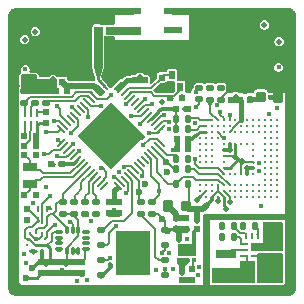
<source format=gtl>
%TF.GenerationSoftware,KiCad,Pcbnew,9.0.1*%
%TF.CreationDate,2025-12-15T21:26:56-06:00*%
%TF.ProjectId,ProtoCore_v1,50726f74-6f43-46f7-9265-5f76312e6b69,rev?*%
%TF.SameCoordinates,Original*%
%TF.FileFunction,Copper,L1,Top*%
%TF.FilePolarity,Positive*%
%FSLAX46Y46*%
G04 Gerber Fmt 4.6, Leading zero omitted, Abs format (unit mm)*
G04 Created by KiCad (PCBNEW 9.0.1) date 2025-12-15 21:26:56*
%MOMM*%
%LPD*%
G01*
G04 APERTURE LIST*
G04 Aperture macros list*
%AMRoundRect*
0 Rectangle with rounded corners*
0 $1 Rounding radius*
0 $2 $3 $4 $5 $6 $7 $8 $9 X,Y pos of 4 corners*
0 Add a 4 corners polygon primitive as box body*
4,1,4,$2,$3,$4,$5,$6,$7,$8,$9,$2,$3,0*
0 Add four circle primitives for the rounded corners*
1,1,$1+$1,$2,$3*
1,1,$1+$1,$4,$5*
1,1,$1+$1,$6,$7*
1,1,$1+$1,$8,$9*
0 Add four rect primitives between the rounded corners*
20,1,$1+$1,$2,$3,$4,$5,0*
20,1,$1+$1,$4,$5,$6,$7,0*
20,1,$1+$1,$6,$7,$8,$9,0*
20,1,$1+$1,$8,$9,$2,$3,0*%
%AMRotRect*
0 Rectangle, with rotation*
0 The origin of the aperture is its center*
0 $1 length*
0 $2 width*
0 $3 Rotation angle, in degrees counterclockwise*
0 Add horizontal line*
21,1,$1,$2,0,0,$3*%
G04 Aperture macros list end*
%TA.AperFunction,Conductor*%
%ADD10C,0.001000*%
%TD*%
%TA.AperFunction,SMDPad,CuDef*%
%ADD11R,0.580000X0.730000*%
%TD*%
%TA.AperFunction,SMDPad,CuDef*%
%ADD12RoundRect,0.082500X-0.192500X0.197500X-0.192500X-0.197500X0.192500X-0.197500X0.192500X0.197500X0*%
%TD*%
%TA.AperFunction,SMDPad,CuDef*%
%ADD13R,0.246234X0.804110*%
%TD*%
%TA.AperFunction,SMDPad,CuDef*%
%ADD14R,0.246236X0.804111*%
%TD*%
%TA.AperFunction,SMDPad,CuDef*%
%ADD15R,0.242472X0.804111*%
%TD*%
%TA.AperFunction,SMDPad,CuDef*%
%ADD16R,0.246232X0.804111*%
%TD*%
%TA.AperFunction,SMDPad,CuDef*%
%ADD17RoundRect,0.076500X0.243500X-0.178500X0.243500X0.178500X-0.243500X0.178500X-0.243500X-0.178500X0*%
%TD*%
%TA.AperFunction,SMDPad,CuDef*%
%ADD18RoundRect,0.082500X0.197500X0.192500X-0.197500X0.192500X-0.197500X-0.192500X0.197500X-0.192500X0*%
%TD*%
%TA.AperFunction,SMDPad,CuDef*%
%ADD19RoundRect,0.082500X0.192500X-0.197500X0.192500X0.197500X-0.192500X0.197500X-0.192500X-0.197500X0*%
%TD*%
%TA.AperFunction,SMDPad,CuDef*%
%ADD20RoundRect,0.076500X-0.243500X0.178500X-0.243500X-0.178500X0.243500X-0.178500X0.243500X0.178500X0*%
%TD*%
%TA.AperFunction,SMDPad,CuDef*%
%ADD21RoundRect,0.082500X-0.197500X-0.192500X0.197500X-0.192500X0.197500X0.192500X-0.197500X0.192500X0*%
%TD*%
%TA.AperFunction,SMDPad,CuDef*%
%ADD22RoundRect,0.076500X0.178500X0.243500X-0.178500X0.243500X-0.178500X-0.243500X0.178500X-0.243500X0*%
%TD*%
%TA.AperFunction,SMDPad,CuDef*%
%ADD23C,0.600000*%
%TD*%
%TA.AperFunction,SMDPad,CuDef*%
%ADD24R,1.300000X0.750000*%
%TD*%
%TA.AperFunction,SMDPad,CuDef*%
%ADD25RotRect,0.840000X0.220000X315.000000*%
%TD*%
%TA.AperFunction,SMDPad,CuDef*%
%ADD26RotRect,0.220000X0.840000X315.000000*%
%TD*%
%TA.AperFunction,SMDPad,CuDef*%
%ADD27RotRect,4.000000X4.000000X315.000000*%
%TD*%
%TA.AperFunction,SMDPad,CuDef*%
%ADD28R,1.800000X0.800000*%
%TD*%
%TA.AperFunction,SMDPad,CuDef*%
%ADD29C,0.290000*%
%TD*%
%TA.AperFunction,SMDPad,CuDef*%
%ADD30RoundRect,0.125000X-0.250000X-0.125000X0.250000X-0.125000X0.250000X0.125000X-0.250000X0.125000X0*%
%TD*%
%TA.AperFunction,HeatsinkPad*%
%ADD31R,3.000000X3.750000*%
%TD*%
%TA.AperFunction,SMDPad,CuDef*%
%ADD32RoundRect,0.123750X-0.288750X-0.338750X0.288750X-0.338750X0.288750X0.338750X-0.288750X0.338750X0*%
%TD*%
%TA.AperFunction,SMDPad,CuDef*%
%ADD33RoundRect,0.123750X-0.288750X-0.351250X0.288750X-0.351250X0.288750X0.351250X-0.288750X0.351250X0*%
%TD*%
%TA.AperFunction,SMDPad,CuDef*%
%ADD34RoundRect,0.123750X0.288750X0.338750X-0.288750X0.338750X-0.288750X-0.338750X0.288750X-0.338750X0*%
%TD*%
%TA.AperFunction,SMDPad,CuDef*%
%ADD35RoundRect,0.123750X0.288750X0.351250X-0.288750X0.351250X-0.288750X-0.351250X0.288750X-0.351250X0*%
%TD*%
%TA.AperFunction,SMDPad,CuDef*%
%ADD36RoundRect,0.076500X-0.178500X-0.243500X0.178500X-0.243500X0.178500X0.243500X-0.178500X0.243500X0*%
%TD*%
%TA.AperFunction,SMDPad,CuDef*%
%ADD37RoundRect,0.135000X0.540000X-0.315000X0.540000X0.315000X-0.540000X0.315000X-0.540000X-0.315000X0*%
%TD*%
%TA.AperFunction,SMDPad,CuDef*%
%ADD38RoundRect,0.087500X-0.225000X-0.087500X0.225000X-0.087500X0.225000X0.087500X-0.225000X0.087500X0*%
%TD*%
%TA.AperFunction,SMDPad,CuDef*%
%ADD39RoundRect,0.087500X-0.087500X-0.225000X0.087500X-0.225000X0.087500X0.225000X-0.087500X0.225000X0*%
%TD*%
%TA.AperFunction,SMDPad,CuDef*%
%ADD40RoundRect,0.055000X-0.240000X-0.220000X0.240000X-0.220000X0.240000X0.220000X-0.240000X0.220000X0*%
%TD*%
%TA.AperFunction,SMDPad,CuDef*%
%ADD41R,0.200000X0.600000*%
%TD*%
%TA.AperFunction,SMDPad,CuDef*%
%ADD42R,0.200000X1.600000*%
%TD*%
%TA.AperFunction,SMDPad,CuDef*%
%ADD43RoundRect,0.056250X0.143750X-0.131250X0.143750X0.131250X-0.143750X0.131250X-0.143750X-0.131250X0*%
%TD*%
%TA.AperFunction,HeatsinkPad*%
%ADD44R,1.600000X1.000000*%
%TD*%
%TA.AperFunction,SMDPad,CuDef*%
%ADD45R,0.275000X0.250000*%
%TD*%
%TA.AperFunction,SMDPad,CuDef*%
%ADD46R,0.250000X0.275000*%
%TD*%
%TA.AperFunction,SMDPad,CuDef*%
%ADD47RoundRect,0.135000X-0.540000X0.315000X-0.540000X-0.315000X0.540000X-0.315000X0.540000X0.315000X0*%
%TD*%
%TA.AperFunction,SMDPad,CuDef*%
%ADD48RoundRect,0.135000X-0.315000X-0.540000X0.315000X-0.540000X0.315000X0.540000X-0.315000X0.540000X0*%
%TD*%
%TA.AperFunction,SMDPad,CuDef*%
%ADD49R,0.650000X0.200000*%
%TD*%
%TA.AperFunction,SMDPad,CuDef*%
%ADD50R,1.000000X0.200000*%
%TD*%
%TA.AperFunction,SMDPad,CuDef*%
%ADD51R,0.250000X0.550000*%
%TD*%
%TA.AperFunction,SMDPad,CuDef*%
%ADD52R,1.500000X0.600000*%
%TD*%
%TA.AperFunction,ViaPad*%
%ADD53C,0.450000*%
%TD*%
%TA.AperFunction,ViaPad*%
%ADD54C,0.500000*%
%TD*%
%TA.AperFunction,Conductor*%
%ADD55C,0.156500*%
%TD*%
%TA.AperFunction,Conductor*%
%ADD56C,0.250000*%
%TD*%
%TA.AperFunction,Conductor*%
%ADD57C,0.300000*%
%TD*%
%TA.AperFunction,Conductor*%
%ADD58C,0.200000*%
%TD*%
%TA.AperFunction,Conductor*%
%ADD59C,0.150000*%
%TD*%
%TA.AperFunction,Conductor*%
%ADD60C,0.220000*%
%TD*%
%TA.AperFunction,Conductor*%
%ADD61C,0.400000*%
%TD*%
%TA.AperFunction,Conductor*%
%ADD62C,0.500000*%
%TD*%
%TA.AperFunction,Conductor*%
%ADD63C,0.600000*%
%TD*%
%TA.AperFunction,Conductor*%
%ADD64C,0.100000*%
%TD*%
%TA.AperFunction,Conductor*%
%ADD65C,0.157500*%
%TD*%
%TA.AperFunction,Conductor*%
%ADD66C,0.225000*%
%TD*%
G04 APERTURE END LIST*
D10*
%TO.N,RF_FEED*%
X145710000Y-92800000D02*
X145520492Y-93700089D01*
X145520285Y-93700411D01*
X145520000Y-93700500D01*
X145300000Y-93700500D01*
X145299646Y-93700354D01*
X145299510Y-93700098D01*
X145110000Y-92800000D01*
X145110000Y-89400000D01*
X145710000Y-89400000D01*
X145710000Y-92800000D01*
%TA.AperFunction,Conductor*%
G36*
X145710000Y-92800000D02*
G01*
X145520492Y-93700089D01*
X145520285Y-93700411D01*
X145520000Y-93700500D01*
X145300000Y-93700500D01*
X145299646Y-93700354D01*
X145299510Y-93700098D01*
X145110000Y-92800000D01*
X145110000Y-89400000D01*
X145710000Y-89400000D01*
X145710000Y-92800000D01*
G37*
%TD.AperFunction*%
%TO.N,/External Interface/RF_FEED_ANT*%
X146080000Y-89400000D02*
X148990000Y-89400000D01*
X148990000Y-90000000D01*
X146080000Y-90000000D01*
X146080000Y-89400000D01*
%TA.AperFunction,Conductor*%
G36*
X146080000Y-89400000D02*
G01*
X148990000Y-89400000D01*
X148990000Y-90000000D01*
X146080000Y-90000000D01*
X146080000Y-89400000D01*
G37*
%TD.AperFunction*%
%TD*%
D11*
%TO.P,Y2,1*%
%TO.N,/Microcontroller/CLK_MAIN_IN*%
X151650000Y-93512500D03*
%TO.P,Y2,2,GND*%
%TO.N,GND*%
X151650000Y-94512500D03*
%TO.P,Y2,3*%
%TO.N,/Microcontroller/CLK_MAIN_OUT*%
X152350000Y-94512500D03*
%TO.P,Y2,4,GND__1*%
%TO.N,GND*%
X152350000Y-93512500D03*
%TD*%
D12*
%TO.P,C37,1*%
%TO.N,+3V3*%
X143175000Y-109327500D03*
%TO.P,C37,2*%
%TO.N,GND*%
X143175000Y-110287500D03*
%TD*%
D13*
%TO.P,U4,1,CTR*%
%TO.N,/Power Management/SUP_CTR*%
X139261883Y-97775444D03*
D14*
%TO.P,U4,2,CTS*%
%TO.N,/Power Management/SUP_CTS*%
X139761882Y-97775444D03*
D15*
%TO.P,U4,3,GND*%
%TO.N,GND*%
X140259999Y-97775444D03*
D14*
%TO.P,U4,4,VDD*%
%TO.N,+3V3*%
X140261881Y-96729556D03*
%TO.P,U4,5,SNS*%
%TO.N,CORE_RESET_N*%
X139761882Y-96729556D03*
D16*
%TO.P,U4,6,RST_N*%
%TO.N,CORE_RST_REQ_N*%
X139261884Y-96729556D03*
%TD*%
D17*
%TO.P,R4,1*%
%TO.N,+3V3*%
X143400000Y-105240000D03*
%TO.P,R4,2*%
%TO.N,I2C0_SCL*%
X143400000Y-104250000D03*
%TD*%
D18*
%TO.P,C31,1*%
%TO.N,Net-(U7-VDDI)*%
X153025000Y-98950000D03*
%TO.P,C31,2*%
%TO.N,GND*%
X152065000Y-98950000D03*
%TD*%
D12*
%TO.P,C3,1*%
%TO.N,/Microcontroller/CLK_MAIN_IN*%
X150790000Y-93712500D03*
%TO.P,C3,2*%
%TO.N,GND*%
X150790000Y-94672500D03*
%TD*%
D19*
%TO.P,C26,1*%
%TO.N,+3V3*%
X151975000Y-106575000D03*
%TO.P,C26,2*%
%TO.N,GND*%
X151975000Y-105615000D03*
%TD*%
D20*
%TO.P,R7,1*%
%TO.N,/Microcontroller/UART0_RX_MCU*%
X154000000Y-94580000D03*
%TO.P,R7,2*%
%TO.N,UART0_RX*%
X154000000Y-95570000D03*
%TD*%
D12*
%TO.P,C40,1*%
%TO.N,+3V3*%
X141469098Y-109327500D03*
%TO.P,C40,2*%
%TO.N,GND*%
X141469098Y-110287500D03*
%TD*%
D21*
%TO.P,C9,1*%
%TO.N,+3V3*%
X152040000Y-96350000D03*
%TO.P,C9,2*%
%TO.N,GND*%
X153000000Y-96350000D03*
%TD*%
D12*
%TO.P,C25,1*%
%TO.N,+3V3*%
X139425000Y-104825000D03*
%TO.P,C25,2*%
%TO.N,GND*%
X139425000Y-105785000D03*
%TD*%
D22*
%TO.P,R22,1*%
%TO.N,EMMC_DAT3*%
X153015000Y-98100000D03*
%TO.P,R22,2*%
%TO.N,+3V3*%
X152025000Y-98100000D03*
%TD*%
D17*
%TO.P,R3,1*%
%TO.N,+3V3*%
X142475000Y-105240000D03*
%TO.P,R3,2*%
%TO.N,I2C0_SDA*%
X142475000Y-104250000D03*
%TD*%
D20*
%TO.P,R15,1*%
%TO.N,+3V3*%
X139180000Y-94860000D03*
%TO.P,R15,2*%
%TO.N,CORE_RST_REQ_N*%
X139180000Y-95850000D03*
%TD*%
D12*
%TO.P,C11,1*%
%TO.N,+3V3*%
X147175000Y-104265000D03*
%TO.P,C11,2*%
%TO.N,GND*%
X147175000Y-105225000D03*
%TD*%
D23*
%TO.P,TP9,1,1*%
%TO.N,GND*%
X149375000Y-102700000D03*
%TD*%
D24*
%TO.P,Y1,1*%
%TO.N,/Microcontroller/CLK_RTC_IN*%
X139625000Y-101250002D03*
%TO.P,Y1,2*%
%TO.N,/Microcontroller/CLK_RTC_OUT*%
X139625000Y-102700000D03*
%TD*%
D25*
%TO.P,U1,1,LNA_IN*%
%TO.N,RF_FEED*%
X145917177Y-94398045D03*
%TO.P,U1,2,VDD3P3*%
%TO.N,/Microcontroller/VDD_PI_OUT*%
X145634334Y-94680887D03*
%TO.P,U1,3,VDD3P3*%
X145351491Y-94963730D03*
%TO.P,U1,4,CHIP_PU*%
%TO.N,CORE_RST_REQ_N*%
X145068649Y-95246573D03*
%TO.P,U1,5,BOOT0/GPIO0*%
%TO.N,CORE_BOOT_SEL*%
X144785806Y-95529415D03*
%TO.P,U1,6,GPIO1*%
%TO.N,IO0*%
X144502963Y-95812258D03*
%TO.P,U1,7,GPIO2*%
%TO.N,IO1*%
X144220121Y-96095101D03*
%TO.P,U1,8,GPIO3*%
%TO.N,unconnected-(U1A-GPIO3-Pad8)*%
X143937278Y-96377944D03*
%TO.P,U1,9,GPIO4*%
%TO.N,IO2*%
X143654435Y-96660786D03*
%TO.P,U1,10,GPIO5*%
%TO.N,IO3*%
X143371592Y-96943629D03*
%TO.P,U1,11,GPIO6*%
%TO.N,unconnected-(U1A-GPIO6-Pad11)*%
X143088750Y-97226472D03*
%TO.P,U1,12,GPIO7*%
%TO.N,IO4*%
X142805907Y-97509314D03*
%TO.P,U1,13,GPIO8*%
%TO.N,IO5*%
X142523064Y-97792157D03*
%TO.P,U1,14,GPIO9*%
%TO.N,IO6*%
X142240222Y-98075000D03*
D26*
%TO.P,U1,15,GPIO10*%
%TO.N,IO7*%
X142240222Y-99255868D03*
%TO.P,U1,16,GPIO11*%
%TO.N,IO8*%
X142523064Y-99538711D03*
%TO.P,U1,17,GPIO12*%
%TO.N,IO9*%
X142805907Y-99821554D03*
%TO.P,U1,18,GPIO13*%
%TO.N,IO10*%
X143088750Y-100104396D03*
%TO.P,U1,19,GPIO14*%
%TO.N,IO11*%
X143371592Y-100387239D03*
%TO.P,U1,20,VDD3P3_RTC*%
%TO.N,+3V3*%
X143654435Y-100670082D03*
%TO.P,U1,21,XTAL_32K_P*%
%TO.N,/Microcontroller/CLK_RTC_IN*%
X143937278Y-100952924D03*
%TO.P,U1,22,XTAL_32K_N*%
%TO.N,/Microcontroller/CLK_RTC_OUT*%
X144220121Y-101235767D03*
%TO.P,U1,23,GPIO17*%
%TO.N,I2C0_SDA*%
X144502963Y-101518610D03*
%TO.P,U1,24,GPIO18*%
%TO.N,I2C0_SCL*%
X144785806Y-101801453D03*
%TO.P,U1,25,GPIO19/USB_D-*%
%TO.N,/Microcontroller/USB_MCU_D-*%
X145068649Y-102084295D03*
%TO.P,U1,26,GPIO20/USB_D+*%
%TO.N,/Microcontroller/USB_MCU_D+*%
X145351491Y-102367138D03*
%TO.P,U1,27,GPIO21*%
%TO.N,INT_IMU*%
X145634334Y-102649981D03*
%TO.P,U1,28,GPIO26/SPICS1*%
%TO.N,unconnected-(U1A-GPIO26{slash}SPICS1-Pad28)*%
X145917177Y-102932823D03*
D25*
%TO.P,U1,29,VDD_SPI*%
%TO.N,+3V3*%
X147098045Y-102932823D03*
%TO.P,U1,30,GPIO27/SPIHD*%
%TO.N,QSPI_IO3*%
X147380888Y-102649981D03*
%TO.P,U1,31,GPIO28/SPIWP*%
%TO.N,QSPI_IO2*%
X147663731Y-102367138D03*
%TO.P,U1,32,GPIO29/SPICS0*%
%TO.N,QSPI_CS*%
X147946573Y-102084295D03*
%TO.P,U1,33,GPIO30/SPICLK*%
%TO.N,/Microcontroller/QSPI_CLK_MCU*%
X148229416Y-101801453D03*
%TO.P,U1,34,GPIO31/SPIQ*%
%TO.N,QSPI_IO1*%
X148512259Y-101518610D03*
%TO.P,U1,35,GPIO32/SPID*%
%TO.N,QSPI_IO0*%
X148795101Y-101235767D03*
%TO.P,U1,36,GPIO48/SPICLK_N*%
%TO.N,unconnected-(U1A-GPIO48{slash}SPICLK_N-Pad36)*%
X149077944Y-100952924D03*
%TO.P,U1,37,GPIO47/SPICLK_P*%
%TO.N,unconnected-(U1A-GPIO47{slash}SPICLK_P-Pad37)*%
X149360787Y-100670082D03*
%TO.P,U1,38,GPIO33*%
%TO.N,3V3_AUX_EN*%
X149643630Y-100387239D03*
%TO.P,U1,39,GPIO34*%
%TO.N,EMMC_CMD*%
X149926472Y-100104396D03*
%TO.P,U1,40,GPIO35*%
%TO.N,/Microcontroller/EMMC_CLK_MCU*%
X150209315Y-99821554D03*
%TO.P,U1,41,GPIO36*%
%TO.N,EMMC_DAT2*%
X150492158Y-99538711D03*
%TO.P,U1,42,GPIO37*%
%TO.N,EMMC_DAT3*%
X150775000Y-99255868D03*
D26*
%TO.P,U1,43,GPIO38*%
%TO.N,EMMC_DAT0*%
X150775000Y-98075000D03*
%TO.P,U1,44,GPIO39/MTCK*%
%TO.N,EMMC_DAT1*%
X150492158Y-97792157D03*
%TO.P,U1,45,GPIO40/MTDO*%
%TO.N,IO14*%
X150209315Y-97509314D03*
%TO.P,U1,46,VDD3P3_CPU*%
%TO.N,+3V3*%
X149926472Y-97226472D03*
%TO.P,U1,47,GPIO41/MTDI*%
%TO.N,IO15*%
X149643630Y-96943629D03*
%TO.P,U1,48,GPIO42/MTMS*%
%TO.N,IO16*%
X149360787Y-96660786D03*
%TO.P,U1,49,GPIO43/U0TXD*%
%TO.N,UART0_TX*%
X149077944Y-96377944D03*
%TO.P,U1,50,GPIO44/U0RXD*%
%TO.N,/Microcontroller/UART0_RX_MCU*%
X148795101Y-96095101D03*
%TO.P,U1,51,GPIO45*%
%TO.N,unconnected-(U1A-GPIO45-Pad51)*%
X148512259Y-95812258D03*
%TO.P,U1,52,BOOT1/GPIO46*%
%TO.N,/Microcontroller/BOOT1*%
X148229416Y-95529415D03*
%TO.P,U1,53,XTAL_40M_N*%
%TO.N,/Microcontroller/CLK_MAIN_OUT*%
X147946573Y-95246573D03*
%TO.P,U1,54,XTAL_40M_P*%
%TO.N,/Microcontroller/CLK_MAIN_IN*%
X147663731Y-94963730D03*
%TO.P,U1,55,VDDA*%
%TO.N,+3V3*%
X147380888Y-94680887D03*
%TO.P,U1,56,VDDA*%
X147098045Y-94398045D03*
D27*
%TO.P,U1,57,GND*%
%TO.N,GND*%
X146507611Y-98665434D03*
%TD*%
D22*
%TO.P,R13,1*%
%TO.N,/Power Management/REG_PG*%
X156915000Y-107175000D03*
%TO.P,R13,2*%
%TO.N,+3V3*%
X155925000Y-107175000D03*
%TD*%
D19*
%TO.P,C5,1*%
%TO.N,+3V3*%
X141575000Y-94075000D03*
%TO.P,C5,2*%
%TO.N,GND*%
X141575000Y-93115000D03*
%TD*%
%TO.P,C29,1*%
%TO.N,+3V3*%
X156650000Y-95575000D03*
%TO.P,C29,2*%
%TO.N,GND*%
X156650000Y-94615000D03*
%TD*%
D28*
%TO.P,L3,1,1*%
%TO.N,/Power Management/REG_SW*%
X156275000Y-108625001D03*
%TO.P,L3,2,2*%
%TO.N,+3V3*%
X156275000Y-110224999D03*
%TD*%
D21*
%TO.P,C13,1*%
%TO.N,/Microcontroller/CLK_RTC_OUT*%
X139165000Y-103675000D03*
%TO.P,C13,2*%
%TO.N,GND*%
X140125000Y-103675000D03*
%TD*%
D17*
%TO.P,R11,1*%
%TO.N,+3V3*%
X149975000Y-105240000D03*
%TO.P,R11,2*%
%TO.N,3V3_AUX_EN*%
X149975000Y-104250000D03*
%TD*%
D19*
%TO.P,C8,1*%
%TO.N,/Microcontroller/VDD_PI_OUT*%
X142400000Y-94075000D03*
%TO.P,C8,2*%
%TO.N,GND*%
X142400000Y-93115000D03*
%TD*%
D29*
%TO.P,U7,A3,DAT0*%
%TO.N,EMMC_DAT0*%
X154050000Y-97350000D03*
X154550000Y-97350000D03*
X155050000Y-97350000D03*
%TO.P,U7,A4,DAT1*%
%TO.N,EMMC_DAT1*%
X155550000Y-97350000D03*
%TO.P,U7,A5,DAT2*%
%TO.N,EMMC_DAT2*%
X156050000Y-97350000D03*
%TO.P,U7,A6,VSS*%
%TO.N,GND*%
X156550000Y-97350000D03*
%TO.P,U7,A7,NC*%
%TO.N,unconnected-(U7-NC-PadA7)*%
X157050000Y-97350000D03*
%TO.P,U7,A9,NC*%
%TO.N,unconnected-(U7-NC-PadA9)*%
X158050000Y-97350000D03*
%TO.P,U7,A10,NC*%
%TO.N,unconnected-(U7-NC-PadA10)*%
X158550000Y-97350000D03*
%TO.P,U7,A11,NC*%
%TO.N,unconnected-(U7-NC-PadA11)*%
X159050000Y-97350000D03*
%TO.P,U7,A12,NC*%
%TO.N,unconnected-(U7-NC-PadA12)*%
X159550000Y-97350000D03*
%TO.P,U7,A13,NC*%
%TO.N,unconnected-(U7-NC-PadA13)*%
X160050000Y-97350000D03*
%TO.P,U7,A14,NC*%
%TO.N,unconnected-(U7-NC-PadA14)*%
X160550000Y-97350000D03*
%TO.P,U7,B2,DAT3*%
%TO.N,EMMC_DAT3*%
X154050000Y-97850000D03*
X154550000Y-97850000D03*
%TO.P,U7,B3,NC*%
%TO.N,unconnected-(U7-NC-PadB3)*%
X155050000Y-97850000D03*
%TO.P,U7,B4,NC*%
%TO.N,unconnected-(U7-NC-PadB4)*%
X155550000Y-97850000D03*
%TO.P,U7,B5,NC*%
%TO.N,unconnected-(U7-NC-PadB5)*%
X156050000Y-97850000D03*
%TO.P,U7,B6,NC*%
%TO.N,unconnected-(U7-NC-PadB6)*%
X156550000Y-97850000D03*
%TO.P,U7,B8,NC*%
%TO.N,unconnected-(U7-NC-PadB8)*%
X157550000Y-97850000D03*
%TO.P,U7,B9,NC*%
%TO.N,unconnected-(U7-NC-PadB9)*%
X158050000Y-97850000D03*
%TO.P,U7,B10,NC*%
%TO.N,unconnected-(U7-NC-PadB10)*%
X158550000Y-97850000D03*
%TO.P,U7,B11,NC*%
%TO.N,unconnected-(U7-NC-PadB11)*%
X159050000Y-97850000D03*
%TO.P,U7,B12,NC*%
%TO.N,unconnected-(U7-NC-PadB12)*%
X159550000Y-97850000D03*
%TO.P,U7,B13,NC*%
%TO.N,unconnected-(U7-NC-PadB13)*%
X160050000Y-97850000D03*
%TO.P,U7,B14,NC*%
%TO.N,unconnected-(U7-NC-PadB14)*%
X160550000Y-97850000D03*
%TO.P,U7,C2,VDDI*%
%TO.N,Net-(U7-VDDI)*%
X154050000Y-98350000D03*
X154550000Y-98350000D03*
%TO.P,U7,C3,NC*%
%TO.N,unconnected-(U7-NC-PadC3)*%
X155050000Y-98350000D03*
%TO.P,U7,C4,VSSQ*%
%TO.N,GND*%
X155550000Y-98350000D03*
%TO.P,U7,C5,NC*%
%TO.N,unconnected-(U7-NC-PadC5)*%
X156050000Y-98350000D03*
%TO.P,U7,C6,VCCQ*%
%TO.N,+3V3*%
X156550000Y-98350000D03*
X157050000Y-97850000D03*
X157550000Y-97350000D03*
%TO.P,U7,C7,NC*%
%TO.N,unconnected-(U7-NC-PadC7)*%
X157050000Y-98350000D03*
%TO.P,U7,C8,NC*%
%TO.N,unconnected-(U7-NC-PadC8)*%
X157550000Y-98350000D03*
%TO.P,U7,C9,NC*%
%TO.N,unconnected-(U7-NC-PadC9)*%
X158050000Y-98350000D03*
%TO.P,U7,C10,NC*%
%TO.N,unconnected-(U7-NC-PadC10)*%
X158550000Y-98350000D03*
%TO.P,U7,C11,NC*%
%TO.N,unconnected-(U7-NC-PadC11)*%
X159050000Y-98350000D03*
%TO.P,U7,C12,NC*%
%TO.N,unconnected-(U7-NC-PadC12)*%
X159550000Y-98350000D03*
%TO.P,U7,C13,NC*%
%TO.N,unconnected-(U7-NC-PadC13)*%
X160050000Y-98350000D03*
%TO.P,U7,C14,NC*%
%TO.N,unconnected-(U7-NC-PadC14)*%
X160550000Y-98350000D03*
%TO.P,U7,D1,NC*%
%TO.N,unconnected-(U7-NC-PadD1)*%
X154050000Y-98850000D03*
%TO.P,U7,D2,NC*%
%TO.N,unconnected-(U7-NC-PadD2)*%
X154550000Y-98850000D03*
%TO.P,U7,D3,NC*%
%TO.N,unconnected-(U7-NC-PadD3)*%
X155050000Y-98850000D03*
%TO.P,U7,D4,NC*%
%TO.N,unconnected-(U7-NC-PadD4)*%
X155550000Y-98850000D03*
%TO.P,U7,D12,NC*%
%TO.N,unconnected-(U7-NC-PadD12)*%
X159550000Y-98850000D03*
%TO.P,U7,D13,NC*%
%TO.N,unconnected-(U7-NC-PadD13)*%
X160050000Y-98850000D03*
%TO.P,U7,D14,NC*%
%TO.N,unconnected-(U7-NC-PadD14)*%
X160550000Y-98850000D03*
%TO.P,U7,E1,NC*%
%TO.N,unconnected-(U7-NC-PadE1)*%
X154050000Y-99350000D03*
%TO.P,U7,E2,NC*%
%TO.N,unconnected-(U7-NC-PadE2)*%
X154550000Y-99350000D03*
%TO.P,U7,E3,NC*%
%TO.N,unconnected-(U7-NC-PadE3)*%
X155050000Y-99350000D03*
%TO.P,U7,E5,NC*%
%TO.N,unconnected-(U7-NC-PadE5)*%
X156050000Y-99350000D03*
%TO.P,U7,E6,VCC*%
%TO.N,+3V3*%
X156550000Y-99350000D03*
%TO.P,U7,E7,VSS*%
%TO.N,GND*%
X157050000Y-99350000D03*
%TO.P,U7,E8,NC*%
%TO.N,unconnected-(U7-NC-PadE8)*%
X157550000Y-99350000D03*
%TO.P,U7,E9,NC*%
%TO.N,unconnected-(U7-NC-PadE9)*%
X158050000Y-99350000D03*
%TO.P,U7,E10,NC*%
%TO.N,unconnected-(U7-NC-PadE10)*%
X158550000Y-99350000D03*
%TO.P,U7,E12,NC*%
%TO.N,unconnected-(U7-NC-PadE12)*%
X159550000Y-99350000D03*
%TO.P,U7,E13,NC*%
%TO.N,unconnected-(U7-NC-PadE13)*%
X160050000Y-99350000D03*
%TO.P,U7,E14,NC*%
%TO.N,unconnected-(U7-NC-PadE14)*%
X160550000Y-99350000D03*
%TO.P,U7,F1,NC*%
%TO.N,unconnected-(U7-NC-PadF1)*%
X154050000Y-99850000D03*
%TO.P,U7,F2,NC*%
%TO.N,unconnected-(U7-NC-PadF2)*%
X154550000Y-99850000D03*
%TO.P,U7,F3,NC*%
%TO.N,unconnected-(U7-NC-PadF3)*%
X155050000Y-99850000D03*
%TO.P,U7,F5,VCC*%
%TO.N,+3V3*%
X156050000Y-99850000D03*
%TO.P,U7,F10,NC*%
%TO.N,unconnected-(U7-NC-PadF10)*%
X158550000Y-99850000D03*
%TO.P,U7,F12,NC*%
%TO.N,unconnected-(U7-NC-PadF12)*%
X159550000Y-99850000D03*
%TO.P,U7,F13,NC*%
%TO.N,unconnected-(U7-NC-PadF13)*%
X160050000Y-99850000D03*
%TO.P,U7,F14,NC*%
%TO.N,unconnected-(U7-NC-PadF14)*%
X160550000Y-99850000D03*
%TO.P,U7,G1,NC*%
%TO.N,unconnected-(U7-NC-PadG1)*%
X154050000Y-100350000D03*
%TO.P,U7,G2,NC*%
%TO.N,unconnected-(U7-NC-PadG2)*%
X154550000Y-100350000D03*
%TO.P,U7,G3,NC*%
%TO.N,unconnected-(U7-NC-PadG3)*%
X155050000Y-100350000D03*
%TO.P,U7,G5,VSS*%
%TO.N,GND*%
X156050000Y-100350000D03*
%TO.P,U7,G10,NC*%
%TO.N,unconnected-(U7-NC-PadG10)*%
X158550000Y-100350000D03*
%TO.P,U7,G12,NC*%
%TO.N,unconnected-(U7-NC-PadG12)*%
X159550000Y-100350000D03*
%TO.P,U7,G13,NC*%
%TO.N,unconnected-(U7-NC-PadG13)*%
X160050000Y-100350000D03*
%TO.P,U7,G14,NC*%
%TO.N,unconnected-(U7-NC-PadG14)*%
X160550000Y-100350000D03*
%TO.P,U7,H1,NC*%
%TO.N,unconnected-(U7-NC-PadH1)*%
X154050000Y-100850000D03*
%TO.P,U7,H2,NC*%
%TO.N,unconnected-(U7-NC-PadH2)*%
X154550000Y-100850000D03*
%TO.P,U7,H3,NC*%
%TO.N,unconnected-(U7-NC-PadH3)*%
X155050000Y-100850000D03*
%TO.P,U7,H5,NC*%
%TO.N,unconnected-(U7-NC-PadH5)*%
X156050000Y-100850000D03*
%TO.P,U7,H10,VSS*%
%TO.N,GND*%
X158550000Y-100850000D03*
%TO.P,U7,H12,NC*%
%TO.N,unconnected-(U7-NC-PadH12)*%
X159550000Y-100850000D03*
%TO.P,U7,H13,NC*%
%TO.N,unconnected-(U7-NC-PadH13)*%
X160050000Y-100850000D03*
%TO.P,U7,H14,NC*%
%TO.N,unconnected-(U7-NC-PadH14)*%
X160550000Y-100850000D03*
%TO.P,U7,J5,VSS*%
%TO.N,GND*%
X156050000Y-101350000D03*
%TO.P,U7,J10,VCC*%
%TO.N,+3V3*%
X158550000Y-101350000D03*
%TO.P,U7,J12,NC*%
%TO.N,unconnected-(U7-NC-PadJ12)*%
X159550000Y-101350000D03*
%TO.P,U7,J13,NC*%
%TO.N,unconnected-(U7-NC-PadJ13)*%
X160050000Y-101350000D03*
%TO.P,U7,J14,NC*%
%TO.N,unconnected-(U7-NC-PadJ14)*%
X160550000Y-101350000D03*
%TO.P,U7,K5,RST_N*%
%TO.N,CORE_RST_REQ_N*%
X154050000Y-101350000D03*
X154550000Y-101350000D03*
X155050000Y-101350000D03*
X156050000Y-101850000D03*
%TO.P,U7,K6,NC*%
%TO.N,unconnected-(U7-NC-PadK6)*%
X156550000Y-101850000D03*
%TO.P,U7,K7,NC*%
%TO.N,unconnected-(U7-NC-PadK7)*%
X157050000Y-101850000D03*
%TO.P,U7,K8,VSS*%
%TO.N,GND*%
X157550000Y-101850000D03*
%TO.P,U7,K9,VCC*%
%TO.N,+3V3*%
X158050000Y-101850000D03*
%TO.P,U7,K10,NC*%
%TO.N,unconnected-(U7-NC-PadK10)*%
X158550000Y-101850000D03*
%TO.P,U7,K12,NC*%
%TO.N,unconnected-(U7-NC-PadK12)*%
X159550000Y-101850000D03*
%TO.P,U7,K13,NC*%
%TO.N,unconnected-(U7-NC-PadK13)*%
X160050000Y-101850000D03*
%TO.P,U7,K14,NC*%
%TO.N,unconnected-(U7-NC-PadK14)*%
X160550000Y-101850000D03*
%TO.P,U7,L12,NC*%
%TO.N,unconnected-(U7-NC-PadL12)*%
X159550000Y-102350000D03*
%TO.P,U7,L13,NC*%
%TO.N,unconnected-(U7-NC-PadL13)*%
X160050000Y-102350000D03*
%TO.P,U7,L14,NC*%
%TO.N,unconnected-(U7-NC-PadL14)*%
X160550000Y-102350000D03*
%TO.P,U7,M1,NC*%
%TO.N,unconnected-(U7-NC-PadM1)*%
X154050000Y-102850000D03*
%TO.P,U7,M2,NC*%
%TO.N,unconnected-(U7-NC-PadM2)*%
X154550000Y-102850000D03*
%TO.P,U7,M3,NC*%
%TO.N,unconnected-(U7-NC-PadM3)*%
X155050000Y-102850000D03*
%TO.P,U7,M4,VCCQ*%
%TO.N,+3V3*%
X155550000Y-102850000D03*
%TO.P,U7,M5,CMD*%
%TO.N,EMMC_CMD*%
X154050000Y-102350000D03*
X154550000Y-102350000D03*
X155050000Y-102350000D03*
X156050000Y-102850000D03*
%TO.P,U7,M6,CLK*%
%TO.N,EMMC_CLK*%
X154050000Y-101850000D03*
X154550000Y-101850000D03*
X155050000Y-101850000D03*
X156550000Y-102850000D03*
%TO.P,U7,M7,NC*%
%TO.N,unconnected-(U7-NC-PadM7)*%
X157050000Y-102850000D03*
%TO.P,U7,M8,NC*%
%TO.N,unconnected-(U7-NC-PadM8)*%
X157550000Y-102850000D03*
%TO.P,U7,M9,NC*%
%TO.N,unconnected-(U7-NC-PadM9)*%
X158050000Y-102850000D03*
%TO.P,U7,M10,NC*%
%TO.N,unconnected-(U7-NC-PadM10)*%
X158550000Y-102850000D03*
%TO.P,U7,M11,NC*%
%TO.N,unconnected-(U7-NC-PadM11)*%
X159050000Y-102850000D03*
%TO.P,U7,M12,NC*%
%TO.N,unconnected-(U7-NC-PadM12)*%
X159550000Y-102850000D03*
%TO.P,U7,M13,NC*%
%TO.N,unconnected-(U7-NC-PadM13)*%
X160050000Y-102850000D03*
%TO.P,U7,M14,NC*%
%TO.N,unconnected-(U7-NC-PadM14)*%
X160550000Y-102850000D03*
%TO.P,U7,N1,NC*%
%TO.N,unconnected-(U7-NC-PadN1)*%
X154050000Y-103350000D03*
%TO.P,U7,N2,VSSQ*%
%TO.N,GND*%
X154050000Y-103850000D03*
X154550000Y-103350000D03*
%TO.P,U7,N3,NC*%
%TO.N,unconnected-(U7-NC-PadN3)*%
X155050000Y-103350000D03*
%TO.P,U7,N4,VCCQ*%
%TO.N,+3V3*%
X155550000Y-103350000D03*
%TO.P,U7,N5,VSSQ*%
%TO.N,GND*%
X156050000Y-103350000D03*
%TO.P,U7,N6,NC*%
%TO.N,unconnected-(U7-NC-PadN6)*%
X156550000Y-103350000D03*
%TO.P,U7,N7,NC*%
%TO.N,unconnected-(U7-NC-PadN7)*%
X157050000Y-103350000D03*
%TO.P,U7,N8,NC*%
%TO.N,unconnected-(U7-NC-PadN8)*%
X157550000Y-103350000D03*
%TO.P,U7,N9,NC*%
%TO.N,unconnected-(U7-NC-PadN9)*%
X158050000Y-103350000D03*
%TO.P,U7,N10,NC*%
%TO.N,unconnected-(U7-NC-PadN10)*%
X158550000Y-103350000D03*
%TO.P,U7,N11,NC*%
%TO.N,unconnected-(U7-NC-PadN11)*%
X159050000Y-103350000D03*
%TO.P,U7,N12,NC*%
%TO.N,unconnected-(U7-NC-PadN12)*%
X159550000Y-103350000D03*
%TO.P,U7,N13,NC*%
%TO.N,unconnected-(U7-NC-PadN13)*%
X160050000Y-103350000D03*
%TO.P,U7,N14,NC*%
%TO.N,unconnected-(U7-NC-PadN14)*%
X160550000Y-103350000D03*
%TO.P,U7,P2,NC*%
%TO.N,unconnected-(U7-NC-PadP2)*%
X154550000Y-103850000D03*
%TO.P,U7,P3,VCCQ*%
%TO.N,+3V3*%
X155050000Y-103850000D03*
%TO.P,U7,P4,VSSQ*%
%TO.N,GND*%
X155550000Y-103850000D03*
%TO.P,U7,P5,VCCQ*%
%TO.N,+3V3*%
X156050000Y-103850000D03*
%TO.P,U7,P6,VSSQ*%
%TO.N,GND*%
X156550000Y-103850000D03*
%TO.P,U7,P7,NC*%
%TO.N,unconnected-(U7-NC-PadP7)*%
X157050000Y-103850000D03*
%TO.P,U7,P8,NC*%
%TO.N,unconnected-(U7-NC-PadP8)*%
X157550000Y-103850000D03*
%TO.P,U7,P9,NC*%
%TO.N,unconnected-(U7-NC-PadP9)*%
X158050000Y-103850000D03*
%TO.P,U7,P10,NC*%
%TO.N,unconnected-(U7-NC-PadP10)*%
X158550000Y-103850000D03*
%TO.P,U7,P11,NC*%
%TO.N,unconnected-(U7-NC-PadP11)*%
X159050000Y-103850000D03*
%TO.P,U7,P12,NC*%
%TO.N,unconnected-(U7-NC-PadP12)*%
X159550000Y-103850000D03*
%TO.P,U7,P13,NC*%
%TO.N,unconnected-(U7-NC-PadP13)*%
X160050000Y-103850000D03*
%TO.P,U7,P14,NC*%
%TO.N,unconnected-(U7-NC-PadP14)*%
X160550000Y-103850000D03*
%TD*%
D18*
%TO.P,C15,1*%
%TO.N,RF_FEED*%
X145400000Y-90530000D03*
%TO.P,C15,2*%
%TO.N,GND*%
X144440000Y-90530000D03*
%TD*%
D19*
%TO.P,C4,1*%
%TO.N,+3V3*%
X140750000Y-94075000D03*
%TO.P,C4,2*%
%TO.N,GND*%
X140750000Y-93115000D03*
%TD*%
D23*
%TO.P,TP15,1,1*%
%TO.N,GND*%
X151225000Y-101700000D03*
%TD*%
D30*
%TO.P,U6,1,CS*%
%TO.N,QSPI_CS*%
X145650000Y-106645000D03*
%TO.P,U6,2,IO1*%
%TO.N,QSPI_IO1*%
X145650000Y-107915000D03*
%TO.P,U6,3,IO2/WP*%
%TO.N,QSPI_IO2*%
X145650000Y-109185000D03*
%TO.P,U6,4,GND*%
%TO.N,GND*%
X145650000Y-110455000D03*
%TO.P,U6,5,IO0*%
%TO.N,QSPI_IO0*%
X151050000Y-110455000D03*
%TO.P,U6,6,CLK*%
%TO.N,QSPI_CLK*%
X151050000Y-109185000D03*
%TO.P,U6,7,IO3/HD*%
%TO.N,QSPI_IO3*%
X151050000Y-107915000D03*
%TO.P,U6,8,VDD*%
%TO.N,+3V3*%
X151050000Y-106645000D03*
D31*
%TO.P,U6,9,EP*%
%TO.N,GND*%
X148350000Y-108550000D03*
%TD*%
D23*
%TO.P,TP8,1,1*%
%TO.N,/Microcontroller/QSPI_CLK_MCU*%
X148875000Y-103375000D03*
%TD*%
D18*
%TO.P,C10,1*%
%TO.N,+3V3*%
X142375000Y-101050000D03*
%TO.P,C10,2*%
%TO.N,GND*%
X141415000Y-101050000D03*
%TD*%
D12*
%TO.P,C39,1*%
%TO.N,+3V3*%
X140619098Y-109327500D03*
%TO.P,C39,2*%
%TO.N,GND*%
X140619098Y-110287500D03*
%TD*%
D19*
%TO.P,C7,1*%
%TO.N,+3V3*%
X149350000Y-93910000D03*
%TO.P,C7,2*%
%TO.N,GND*%
X149350000Y-92950000D03*
%TD*%
D32*
%TO.P,C27,1*%
%TO.N,+3V3*%
X159200000Y-95337500D03*
D33*
%TO.P,C27,2*%
%TO.N,GND*%
X160675000Y-95350000D03*
%TD*%
D34*
%TO.P,C34,1*%
%TO.N,+3V3*%
X152825000Y-104625000D03*
D35*
%TO.P,C34,2*%
%TO.N,GND*%
X151350000Y-104612500D03*
%TD*%
D23*
%TO.P,TP19,1,1*%
%TO.N,+3V3*%
X139825000Y-109850000D03*
%TD*%
D18*
%TO.P,C33,1*%
%TO.N,Net-(U7-VDDI)*%
X153025000Y-99750000D03*
%TO.P,C33,2*%
%TO.N,GND*%
X152065000Y-99750000D03*
%TD*%
D36*
%TO.P,R17,1*%
%TO.N,EMMC_CMD*%
X152025000Y-102700000D03*
%TO.P,R17,2*%
%TO.N,+3V3*%
X153015000Y-102700000D03*
%TD*%
D37*
%TO.P,C1,1*%
%TO.N,+3V3*%
X139575000Y-93900000D03*
%TO.P,C1,2*%
%TO.N,GND*%
X139575000Y-92100000D03*
%TD*%
D12*
%TO.P,C6,1*%
%TO.N,+3V3*%
X146350000Y-104265000D03*
%TO.P,C6,2*%
%TO.N,GND*%
X146350000Y-105225000D03*
%TD*%
D21*
%TO.P,C24,1*%
%TO.N,/Power Management/SUP_CTR*%
X139160000Y-98670000D03*
%TO.P,C24,2*%
%TO.N,GND*%
X140120000Y-98670000D03*
%TD*%
%TO.P,C23,1*%
%TO.N,/Power Management/SUP_CTS*%
X139160000Y-99470000D03*
%TO.P,C23,2*%
%TO.N,GND*%
X140120000Y-99470000D03*
%TD*%
D20*
%TO.P,R9,1*%
%TO.N,/Microcontroller/QSPI_CLK_MCU*%
X149050000Y-104250000D03*
%TO.P,R9,2*%
%TO.N,QSPI_CLK*%
X149050000Y-105240000D03*
%TD*%
D36*
%TO.P,R8,1*%
%TO.N,/Microcontroller/EMMC_CLK_MCU*%
X152025000Y-101475000D03*
%TO.P,R8,2*%
%TO.N,EMMC_CLK*%
X153015000Y-101475000D03*
%TD*%
D23*
%TO.P,TP18,1,1*%
%TO.N,+3V3*%
X150800000Y-105675000D03*
%TD*%
D12*
%TO.P,C35,1*%
%TO.N,+3V3*%
X144025000Y-109327500D03*
%TO.P,C35,2*%
%TO.N,GND*%
X144025000Y-110287500D03*
%TD*%
D19*
%TO.P,C38,1*%
%TO.N,+3V3*%
X157450000Y-95575000D03*
%TO.P,C38,2*%
%TO.N,GND*%
X157450000Y-94615000D03*
%TD*%
D12*
%TO.P,C22,1*%
%TO.N,+3V3*%
X141020000Y-96600000D03*
%TO.P,C22,2*%
%TO.N,GND*%
X141020000Y-97560000D03*
%TD*%
D19*
%TO.P,C18,1*%
%TO.N,+3V3*%
X152900000Y-106575000D03*
%TO.P,C18,2*%
%TO.N,GND*%
X152900000Y-105615000D03*
%TD*%
D38*
%TO.P,U8,1,SDO*%
%TO.N,+3V3*%
X142087500Y-106762500D03*
%TO.P,U8,2,SDX*%
%TO.N,GND*%
X142087500Y-107262500D03*
%TO.P,U8,3,SCX*%
X142087500Y-107762500D03*
%TO.P,U8,4,INT1*%
%TO.N,INT_IMU*%
X142087500Y-108262500D03*
D39*
%TO.P,U8,5,VDDIO*%
%TO.N,+3V3*%
X142750000Y-108425000D03*
%TO.P,U8,6,GND*%
%TO.N,GND*%
X143250000Y-108425000D03*
%TO.P,U8,7,GND__1*%
X143750000Y-108425000D03*
D38*
%TO.P,U8,8,VDD*%
%TO.N,+3V3*%
X144412500Y-108262500D03*
%TO.P,U8,9,INT2*%
%TO.N,unconnected-(U8-INT2-Pad9)*%
X144412500Y-107762500D03*
%TO.P,U8,10,NC*%
%TO.N,unconnected-(U8-NC-Pad10)*%
X144412500Y-107262500D03*
%TO.P,U8,11,NC__1*%
%TO.N,unconnected-(U8-NC__1-Pad11)*%
X144412500Y-106762500D03*
D39*
%TO.P,U8,12,CS*%
%TO.N,+3V3*%
X143750000Y-106600000D03*
%TO.P,U8,13,SCL*%
%TO.N,I2C0_SCL*%
X143250000Y-106600000D03*
%TO.P,U8,14,SDA*%
%TO.N,I2C0_SDA*%
X142750000Y-106600000D03*
%TD*%
D40*
%TO.P,L1,1,1*%
%TO.N,+3V3*%
X141825000Y-94850000D03*
%TO.P,L1,2,2*%
%TO.N,/Microcontroller/VDD_PI_OUT*%
X142795000Y-94850000D03*
%TD*%
D12*
%TO.P,C21,1*%
%TO.N,+3V3_AUX*%
X152525000Y-109915000D03*
%TO.P,C21,2*%
%TO.N,GND*%
X152525000Y-110875000D03*
%TD*%
D20*
%TO.P,R5,1*%
%TO.N,/Microcontroller/USB_MCU_D-*%
X144325000Y-104250000D03*
%TO.P,R5,2*%
%TO.N,USB_D-*%
X144325000Y-105240000D03*
%TD*%
D12*
%TO.P,C28,1*%
%TO.N,+3V3*%
X142319098Y-109327500D03*
%TO.P,C28,2*%
%TO.N,GND*%
X142319098Y-110287500D03*
%TD*%
D22*
%TO.P,R12,1*%
%TO.N,/Power Management/REG_FB*%
X156915000Y-106250000D03*
%TO.P,R12,2*%
%TO.N,GND*%
X155925000Y-106250000D03*
%TD*%
D19*
%TO.P,C12,1*%
%TO.N,+3V3*%
X148550000Y-93910000D03*
%TO.P,C12,2*%
%TO.N,GND*%
X148550000Y-92950000D03*
%TD*%
D20*
%TO.P,R14,1*%
%TO.N,+3V3*%
X140080000Y-94860000D03*
%TO.P,R14,2*%
%TO.N,CORE_RESET_N*%
X140080000Y-95850000D03*
%TD*%
D41*
%TO.P,U5,1,VCC*%
%TO.N,+3V3*%
X140300000Y-105812500D03*
D42*
%TO.P,U5,2,GND*%
%TO.N,GND*%
X140700000Y-105312500D03*
D41*
%TO.P,U5,3,SDA*%
%TO.N,I2C0_SDA*%
X141100000Y-105812500D03*
%TO.P,U5,4,SCL*%
%TO.N,I2C0_SCL*%
X141100000Y-104812500D03*
%TO.P,U5,5,\u002AWC*%
%TO.N,unconnected-(U5-\u002AWC-Pad5)*%
X140300000Y-104812500D03*
%TD*%
D20*
%TO.P,R1,1*%
%TO.N,+3V3*%
X140970000Y-94860000D03*
%TO.P,R1,2*%
%TO.N,CORE_BOOT_SEL*%
X140970000Y-95850000D03*
%TD*%
D18*
%TO.P,C16,1*%
%TO.N,RF_FEED*%
X145410000Y-91350000D03*
%TO.P,C16,2*%
%TO.N,GND*%
X144450000Y-91350000D03*
%TD*%
D21*
%TO.P,C2,1*%
%TO.N,/Microcontroller/CLK_RTC_IN*%
X139165000Y-100275000D03*
%TO.P,C2,2*%
%TO.N,GND*%
X140125000Y-100275000D03*
%TD*%
D40*
%TO.P,L2,1,1*%
%TO.N,RF_FEED*%
X145410000Y-89700000D03*
%TO.P,L2,2,2*%
%TO.N,/External Interface/RF_FEED_ANT*%
X146380000Y-89700000D03*
%TD*%
D23*
%TO.P,TP11,1,1*%
%TO.N,VIN*%
X160675000Y-106225000D03*
%TD*%
%TO.P,TP20,1,1*%
%TO.N,GND*%
X139300000Y-110725000D03*
%TD*%
D21*
%TO.P,C14,1*%
%TO.N,/Microcontroller/CLK_MAIN_OUT*%
X151521250Y-95443750D03*
%TO.P,C14,2*%
%TO.N,GND*%
X152481250Y-95443750D03*
%TD*%
D43*
%TO.P,U3,1,VOUT*%
%TO.N,+3V3_AUX*%
X152275000Y-109187500D03*
%TO.P,U3,2,QOD*%
X152925000Y-109187500D03*
%TO.P,U3,3,CT*%
%TO.N,/Power Management/3V3_AUX_CT*%
X153575000Y-109187500D03*
%TO.P,U3,4,GND*%
%TO.N,GND*%
X153575000Y-107412500D03*
%TO.P,U3,5,EN*%
%TO.N,3V3_AUX_EN*%
X152925000Y-107412500D03*
%TO.P,U3,6,VIN*%
%TO.N,+3V3*%
X152275000Y-107412500D03*
D44*
%TO.P,U3,7,GND*%
%TO.N,GND*%
X152925000Y-108300000D03*
%TD*%
D12*
%TO.P,C19,1*%
%TO.N,/Power Management/3V3_AUX_CT*%
X153350000Y-109915000D03*
%TO.P,C19,2*%
%TO.N,GND*%
X153350000Y-110875000D03*
%TD*%
D45*
%TO.P,U10,1,VDDIO*%
%TO.N,+3V3*%
X140932098Y-107925500D03*
%TO.P,U10,2,SCL*%
%TO.N,I2C0_SCL*%
X140932098Y-107425500D03*
D46*
%TO.P,U10,3,GND*%
%TO.N,GND*%
X140669098Y-106913500D03*
%TO.P,U10,4,SDA*%
%TO.N,I2C0_SDA*%
X140169098Y-106913500D03*
%TO.P,U10,5,SDO*%
%TO.N,GND*%
X139669098Y-106913500D03*
D45*
%TO.P,U10,6,CSB*%
%TO.N,+3V3*%
X139406098Y-107425500D03*
%TO.P,U10,7,INT*%
%TO.N,unconnected-(U10-INT-Pad7)*%
X139406098Y-107925500D03*
D46*
%TO.P,U10,8,VSS_2*%
%TO.N,GND*%
X139669098Y-108437500D03*
%TO.P,U10,9,VSS_3*%
X140169098Y-108437500D03*
%TO.P,U10,10,VDD*%
%TO.N,+3V3*%
X140669098Y-108437500D03*
%TD*%
D19*
%TO.P,C32,1*%
%TO.N,+3V3*%
X158250000Y-95575000D03*
%TO.P,C32,2*%
%TO.N,GND*%
X158250000Y-94615000D03*
%TD*%
D22*
%TO.P,R21,1*%
%TO.N,EMMC_DAT0*%
X153015000Y-97200000D03*
%TO.P,R21,2*%
%TO.N,+3V3*%
X152025000Y-97200000D03*
%TD*%
D23*
%TO.P,TP14,1,1*%
%TO.N,/Microcontroller/EMMC_CLK_MCU*%
X151150000Y-100850000D03*
%TD*%
D20*
%TO.P,R6,1*%
%TO.N,/Microcontroller/USB_MCU_D+*%
X145250000Y-104250000D03*
%TO.P,R6,2*%
%TO.N,USB_D+*%
X145250000Y-105240000D03*
%TD*%
D17*
%TO.P,R20,1*%
%TO.N,EMMC_DAT1*%
X154900000Y-95575000D03*
%TO.P,R20,2*%
%TO.N,+3V3*%
X154900000Y-94585000D03*
%TD*%
D22*
%TO.P,R10,1*%
%TO.N,/Power Management/REG_CFG*%
X158690000Y-106250000D03*
%TO.P,R10,2*%
%TO.N,GND*%
X157700000Y-106250000D03*
%TD*%
D47*
%TO.P,C17,1*%
%TO.N,VIN*%
X160350000Y-107220000D03*
%TO.P,C17,2*%
%TO.N,GND*%
X160350000Y-109020000D03*
%TD*%
D48*
%TO.P,C20,1*%
%TO.N,+3V3*%
X157875000Y-110350000D03*
%TO.P,C20,2*%
%TO.N,GND*%
X159675000Y-110350000D03*
%TD*%
D12*
%TO.P,C30,1*%
%TO.N,+3V3*%
X153825000Y-105615000D03*
%TO.P,C30,2*%
%TO.N,GND*%
X153825000Y-106575000D03*
%TD*%
D20*
%TO.P,R2,1*%
%TO.N,/Microcontroller/BOOT1*%
X155800000Y-94585000D03*
%TO.P,R2,2*%
%TO.N,GND*%
X155800000Y-95575000D03*
%TD*%
D36*
%TO.P,R19,1*%
%TO.N,EMMC_DAT2*%
X152025000Y-100575000D03*
%TO.P,R19,2*%
%TO.N,+3V3*%
X153015000Y-100575000D03*
%TD*%
D49*
%TO.P,U2,1,PG*%
%TO.N,/Power Management/REG_PG*%
X157800000Y-107825000D03*
%TO.P,U2,2,SW*%
%TO.N,/Power Management/REG_SW*%
X157800000Y-108325000D03*
%TO.P,U2,3,VOS*%
%TO.N,+3V3*%
X157800000Y-108825000D03*
D50*
%TO.P,U2,4,GND*%
%TO.N,GND*%
X158875000Y-108825000D03*
D49*
%TO.P,U2,5,EN*%
%TO.N,VIN*%
X159050000Y-108325000D03*
D50*
%TO.P,U2,6,VIN*%
X158875000Y-107825000D03*
D51*
%TO.P,U2,7,SCONF*%
%TO.N,/Power Management/REG_CFG*%
X158925000Y-107150000D03*
%TO.P,U2,8,SS/TR*%
%TO.N,unconnected-(U2-SS{slash}TR-Pad8)*%
X158425000Y-107150000D03*
%TO.P,U2,9,FB*%
%TO.N,/Power Management/REG_FB*%
X157925000Y-107150000D03*
%TD*%
D52*
%TO.P,ANT1,1*%
%TO.N,/External Interface/RF_FEED_ANT*%
X148250000Y-89700000D03*
%TO.P,ANT1,2*%
%TO.N,unconnected-(ANT1-Pad2)*%
X151750000Y-89700000D03*
%TO.P,ANT1,3*%
%TO.N,GND*%
X151750000Y-88100000D03*
%TO.P,ANT1,4*%
X148250000Y-88100000D03*
%TD*%
D53*
%TO.N,GND*%
X146775000Y-104925000D03*
D54*
X141175000Y-90825000D03*
X138250000Y-96437500D03*
D53*
X146110000Y-90400000D03*
D54*
X160687500Y-88250000D03*
X144825000Y-88575000D03*
X146450000Y-88275000D03*
X159250000Y-93275000D03*
X138250000Y-105937500D03*
X153825000Y-106575000D03*
X153950000Y-92950000D03*
X141687500Y-88250000D03*
X156175000Y-90625000D03*
X155600000Y-93400000D03*
X161750000Y-91687500D03*
D53*
X151430000Y-108600000D03*
D54*
X161750000Y-101187500D03*
X143825000Y-90925000D03*
D53*
X139450000Y-105785000D03*
X149075000Y-107850000D03*
D54*
X142400000Y-91775000D03*
X155550000Y-104200000D03*
D53*
X159950000Y-95350000D03*
D54*
X142800000Y-89325000D03*
X157525000Y-93750000D03*
X157975000Y-91550000D03*
D53*
X140125000Y-103700000D03*
D54*
X151525000Y-104612500D03*
X158975000Y-90425000D03*
X146650000Y-92970000D03*
X144050000Y-91900000D03*
D53*
X147575000Y-109400000D03*
D54*
X156625000Y-104225000D03*
X140050000Y-92000000D03*
X152325000Y-93425000D03*
D53*
X148350000Y-108550000D03*
X146110000Y-91399500D03*
X160380000Y-110900000D03*
D54*
X153125000Y-94400000D03*
X143800000Y-89850000D03*
X146630000Y-93770000D03*
D53*
X142075000Y-107500000D03*
X153375000Y-108275000D03*
D54*
X151225000Y-101700000D03*
X154640000Y-105940000D03*
D53*
X141630000Y-101150000D03*
D54*
X146437500Y-111750000D03*
X154637500Y-110687500D03*
D53*
X140175000Y-107425000D03*
D54*
X153450000Y-89485000D03*
D53*
X153600000Y-97600000D03*
D54*
X155937500Y-88250000D03*
X156125000Y-92075000D03*
X148812500Y-111750000D03*
D53*
X139925000Y-108437499D03*
D54*
X152780000Y-96350000D03*
X142925000Y-93125000D03*
X161750000Y-108312500D03*
X138250000Y-91687500D03*
D53*
X142350000Y-110040000D03*
X156050000Y-98850000D03*
D54*
X155325000Y-89525000D03*
X153450000Y-90775000D03*
X154125000Y-88875000D03*
X153462500Y-88250000D03*
D53*
X159200000Y-108825000D03*
X151760000Y-99810000D03*
D54*
X153775000Y-104125000D03*
X155937500Y-105500000D03*
X146690000Y-91880000D03*
D53*
X144710000Y-90400000D03*
D54*
X139312500Y-111750000D03*
D53*
X143525000Y-108425000D03*
X151750000Y-109925000D03*
D54*
X161750000Y-94062500D03*
X154640000Y-108315000D03*
X144062500Y-111750000D03*
D53*
X140125000Y-100275000D03*
D54*
X138250000Y-110687500D03*
D53*
X144710000Y-91400500D03*
D54*
X160687500Y-111750000D03*
X138250000Y-108312500D03*
X155925000Y-106250000D03*
X158312500Y-111750000D03*
X150375000Y-92475000D03*
X152160000Y-90775000D03*
D53*
X149375000Y-102700000D03*
D54*
X138250000Y-103562500D03*
X141375000Y-89525000D03*
X151225000Y-94450000D03*
X161750000Y-103562500D03*
D53*
X155525000Y-96050000D03*
D54*
X152825000Y-91450000D03*
X148925000Y-91350000D03*
D53*
X159075000Y-110100000D03*
X146110000Y-92399500D03*
D54*
X138250000Y-89312500D03*
X138250000Y-98812500D03*
X138250000Y-94062500D03*
X155937500Y-111750000D03*
X138250000Y-101187500D03*
D53*
X144080000Y-110410000D03*
X144710000Y-92400000D03*
X152525000Y-108287500D03*
D54*
X146600000Y-88975000D03*
X148290000Y-90775000D03*
D53*
X141350000Y-103775000D03*
D54*
X147000000Y-90775000D03*
D53*
X144800000Y-105850000D03*
D54*
X144160000Y-93000000D03*
X148930000Y-93020000D03*
D53*
X156550000Y-96925000D03*
X141044098Y-110150000D03*
D54*
X157700000Y-106250000D03*
X150250000Y-91400000D03*
X157060000Y-94670000D03*
D53*
X160800000Y-110375000D03*
D54*
X144000000Y-88250000D03*
D53*
X144710000Y-89400500D03*
D54*
X159650000Y-91900000D03*
X147650000Y-91425000D03*
X151975000Y-105725000D03*
X158312500Y-105500000D03*
X144230000Y-93780000D03*
X149175000Y-98775000D03*
D53*
X146420000Y-109600000D03*
D54*
X149580000Y-90775000D03*
X160687500Y-105500000D03*
X151187500Y-111750000D03*
X157040000Y-100420000D03*
X154150000Y-90125000D03*
X157525000Y-89575000D03*
X161750000Y-96437500D03*
X161750000Y-98812500D03*
X145625000Y-88975000D03*
X147396643Y-97764828D03*
X152481250Y-95400000D03*
D53*
X144830000Y-93410000D03*
D54*
X161750000Y-89312500D03*
X150850000Y-95750000D03*
X147398026Y-99548026D03*
X161750000Y-110687500D03*
D53*
X141020000Y-97560000D03*
D54*
X158312500Y-88250000D03*
X139312500Y-88250000D03*
D53*
X147200000Y-101700000D03*
D54*
X154200000Y-91350000D03*
X150870000Y-90775000D03*
D53*
X153350000Y-110875000D03*
X157870002Y-94900000D03*
X159975000Y-109650000D03*
D54*
X145601974Y-99551974D03*
X157630000Y-100770000D03*
X141687500Y-111750000D03*
D53*
X145990000Y-93410000D03*
D54*
X141175000Y-93325000D03*
X145600592Y-97764828D03*
X153575000Y-111750000D03*
D53*
X147125000Y-106850000D03*
X151425000Y-98075000D03*
D54*
X151550000Y-91375000D03*
X161750000Y-105937500D03*
%TO.N,+3V3*%
X139550000Y-93900000D03*
X157475000Y-110080000D03*
X151975000Y-106450000D03*
X156550000Y-99850000D03*
X141044098Y-109502500D03*
D53*
X142225003Y-101050000D03*
D54*
X152025000Y-96350000D03*
X141775000Y-94850000D03*
X157075000Y-95325000D03*
X158450000Y-110875000D03*
X158050000Y-101350000D03*
X155925000Y-107175000D03*
D53*
X153015000Y-100575000D03*
D54*
X146775000Y-104277297D03*
X156225000Y-104850000D03*
D53*
X154900000Y-94600000D03*
D54*
X153825000Y-105900000D03*
X148975000Y-93675000D03*
X142707149Y-109510702D03*
X156275000Y-110224999D03*
X152825000Y-104625000D03*
X158450000Y-109475000D03*
D53*
X141020000Y-96600000D03*
X158268355Y-95425659D03*
D54*
X155630000Y-110875000D03*
X141575000Y-93875000D03*
X152275000Y-107450000D03*
D53*
%TO.N,VIN*%
X159900000Y-107475000D03*
X160800000Y-107125000D03*
X159600000Y-106150000D03*
X159025000Y-108075000D03*
X160800000Y-108175000D03*
%TO.N,/Microcontroller/BOOT1*%
X155800000Y-94585000D03*
X147766915Y-95991915D03*
%TO.N,/Microcontroller/UART0_RX_MCU*%
X149390202Y-95500000D03*
X153675000Y-94925000D03*
%TO.N,I2C0_SCL*%
X143400000Y-104250000D03*
X141740000Y-106200000D03*
X143040000Y-105910000D03*
X141300000Y-104800000D03*
%TO.N,USB_D-*%
X144475000Y-105325000D03*
X143650000Y-110900000D03*
%TO.N,USB_D+*%
X144476248Y-110873830D03*
X145125000Y-105325000D03*
%TO.N,UART0_RX*%
X153725000Y-96200000D03*
X159050000Y-100950000D03*
%TO.N,EMMC_DAT1*%
X154900000Y-95850000D03*
X151390420Y-97467520D03*
%TO.N,EMMC_DAT2*%
X155740631Y-96635214D03*
X151900000Y-100400000D03*
%TO.N,EMMC_DAT3*%
X149245343Y-99454657D03*
X153065209Y-97909768D03*
%TO.N,EMMC_DAT0*%
X153099420Y-97334595D03*
X149725000Y-98400000D03*
%TO.N,IO4*%
X141950000Y-96125000D03*
D54*
X139200000Y-90500000D03*
D53*
%TO.N,QSPI_IO3*%
X150800000Y-108550000D03*
X146750000Y-102125000D03*
%TO.N,IO2*%
X143175000Y-96200000D03*
D54*
X140100000Y-89825000D03*
D53*
%TO.N,IO0*%
X145669818Y-96105182D03*
X159925000Y-96800000D03*
%TO.N,UART0_TX*%
X150000000Y-95950000D03*
X159050000Y-101600000D03*
%TO.N,IO7*%
X142000000Y-99000000D03*
X139180000Y-108650000D03*
%TO.N,IO11*%
X141000000Y-103025000D03*
X143825000Y-99925000D03*
%TO.N,IO9*%
X153984788Y-109750000D03*
X159175000Y-104625000D03*
X143275000Y-99350000D03*
%TO.N,QSPI_IO2*%
X146400000Y-109000000D03*
X147775000Y-103500000D03*
%TO.N,QSPI_IO0*%
X149175000Y-102075000D03*
X151050000Y-109925000D03*
%TO.N,IO10*%
X141900000Y-100400000D03*
X139275000Y-109400000D03*
%TO.N,IO8*%
X140825000Y-100150000D03*
X139925000Y-104300000D03*
%TO.N,IO5*%
X141725000Y-97400000D03*
X139250000Y-93025000D03*
%TO.N,IO14*%
X160700000Y-92850000D03*
X151025000Y-96900000D03*
%TO.N,IO1*%
X160575000Y-96275000D03*
X144525000Y-97075000D03*
%TO.N,IO6*%
X140975000Y-98300000D03*
%TO.N,QSPI_IO1*%
X146912500Y-106312500D03*
X147587500Y-101287500D03*
%TO.N,IO3*%
X143125000Y-98375000D03*
X150300000Y-110025000D03*
%TO.N,INT_IMU*%
X142087499Y-108300000D03*
X145650000Y-101400000D03*
%TO.N,+3V3_AUX*%
X152525000Y-110225000D03*
X152525000Y-109600000D03*
%TO.N,CORE_BOOT_SEL*%
X140975000Y-95850000D03*
X153910000Y-110400000D03*
D54*
%TO.N,IO16*%
X159500000Y-89250000D03*
D53*
X148225000Y-96950000D03*
%TO.N,CORE_RESET_N*%
X140080000Y-95850000D03*
%TO.N,3V3_AUX_EN*%
X152925000Y-107412500D03*
X150550000Y-103325000D03*
%TO.N,CORE_RST_REQ_N*%
X146500000Y-95200000D03*
X153625000Y-100600000D03*
D54*
%TO.N,IO15*%
X160750000Y-90675000D03*
D53*
X148950000Y-97625000D03*
%TD*%
D55*
%TO.N,QSPI_IO3*%
X151050000Y-108275000D02*
X151050000Y-108065000D01*
X150800000Y-108525000D02*
X151050000Y-108275000D01*
X150800000Y-108550000D02*
X150800000Y-108525000D01*
%TO.N,QSPI_IO2*%
X145800000Y-109185000D02*
X145650000Y-109335000D01*
X146400000Y-109000000D02*
X146215000Y-109185000D01*
X146215000Y-109185000D02*
X145800000Y-109185000D01*
%TO.N,QSPI_CS*%
X148300000Y-102437722D02*
X147946573Y-102084295D01*
X148300000Y-105150000D02*
X148300000Y-102437722D01*
X146595000Y-105850000D02*
X147600000Y-105850000D01*
X147600000Y-105850000D02*
X148300000Y-105150000D01*
X145650000Y-106645000D02*
X145800000Y-106645000D01*
X145800000Y-106645000D02*
X146595000Y-105850000D01*
%TO.N,EMMC_DAT0*%
X153284015Y-97150000D02*
X153850000Y-97150000D01*
X153099420Y-97334595D02*
X153284015Y-97150000D01*
X153850000Y-97150000D02*
X154050000Y-97350000D01*
%TO.N,EMMC_DAT3*%
X153065000Y-98150000D02*
X153750000Y-98150000D01*
X153015000Y-98100000D02*
X153065000Y-98150000D01*
X153750000Y-98150000D02*
X154050000Y-97850000D01*
D56*
%TO.N,Net-(U7-VDDI)*%
X154000000Y-98350000D02*
X154050000Y-98350000D01*
X153625000Y-98675000D02*
X153800000Y-98500000D01*
X153800000Y-98500000D02*
X153850000Y-98500000D01*
X153850000Y-98500000D02*
X154000000Y-98350000D01*
D57*
X153400000Y-98900000D02*
X153225000Y-98900000D01*
X153225000Y-98900000D02*
X153200000Y-98925000D01*
X153200000Y-98925000D02*
X153200000Y-98950000D01*
X153625000Y-98675000D02*
X153400000Y-98900000D01*
D58*
%TO.N,IO4*%
X142150000Y-96853407D02*
X142805907Y-97509314D01*
X142150000Y-96337500D02*
X142150000Y-96853407D01*
X141950000Y-96137500D02*
X142150000Y-96337500D01*
X141950000Y-96125000D02*
X141950000Y-96137500D01*
D59*
%TO.N,IO14*%
X150215686Y-97509314D02*
X150209315Y-97509314D01*
X150800000Y-96925000D02*
X150215686Y-97509314D01*
X151025000Y-96900000D02*
X151000000Y-96925000D01*
X151000000Y-96925000D02*
X150800000Y-96925000D01*
%TO.N,I2C0_SDA*%
X142000000Y-104250000D02*
X142475000Y-104250000D01*
X141850000Y-104400000D02*
X142000000Y-104250000D01*
X141850000Y-105024999D02*
X141850000Y-104400000D01*
X141600000Y-105274999D02*
X141850000Y-105024999D01*
D58*
%TO.N,GND*%
X157934300Y-94950000D02*
X158242150Y-94642150D01*
X157870002Y-94950000D02*
X157934300Y-94950000D01*
X156625000Y-104225000D02*
X156625000Y-104025000D01*
D60*
X143250000Y-108425000D02*
X143525000Y-108425000D01*
D59*
X140375000Y-107400000D02*
X140669098Y-107105902D01*
D61*
X142400000Y-93115000D02*
X142915000Y-93115000D01*
D62*
X156650000Y-94615000D02*
X158250000Y-94615000D01*
D56*
X156550000Y-101350000D02*
X157300000Y-100600000D01*
D58*
X155800000Y-95465000D02*
X156650000Y-94615000D01*
D61*
X148817638Y-92950000D02*
X148943465Y-93075827D01*
D56*
X155550000Y-104200000D02*
X155550000Y-103850000D01*
D62*
X141469098Y-110287500D02*
X142319098Y-110287500D01*
X151975000Y-105237500D02*
X151350000Y-104612500D01*
X152025000Y-105565000D02*
X151975000Y-105615000D01*
D57*
X146475000Y-109616692D02*
X146475000Y-109780000D01*
X153775000Y-104125000D02*
X154050000Y-103850000D01*
D62*
X140540000Y-93115000D02*
X139525000Y-92100000D01*
D56*
X157000000Y-100250000D02*
X157050000Y-100200000D01*
D60*
X153462500Y-88250000D02*
X153462500Y-88150000D01*
D62*
X141525000Y-93115000D02*
X142350000Y-93115000D01*
D60*
X142087500Y-107487500D02*
X142075000Y-107500000D01*
D57*
X153575000Y-107412500D02*
X153575000Y-106825000D01*
X151002500Y-94672500D02*
X150787500Y-94672500D01*
D60*
X146507611Y-101032611D02*
X146507611Y-98665434D01*
D58*
X155550000Y-98350000D02*
X156025000Y-98825000D01*
D56*
X139300000Y-110725000D02*
X139325000Y-110700000D01*
X158525000Y-100850000D02*
X158550000Y-100850000D01*
D58*
X156025000Y-98825000D02*
X156025000Y-98875000D01*
D57*
X146475000Y-109780000D02*
X145650000Y-110605000D01*
D63*
X153312500Y-88100000D02*
X153462500Y-88250000D01*
D58*
X152750000Y-96350000D02*
X153000000Y-96350000D01*
D62*
X151975000Y-105615000D02*
X152900000Y-105615000D01*
X140700000Y-93115000D02*
X140540000Y-93115000D01*
D58*
X156550000Y-97350000D02*
X156550000Y-96925000D01*
D57*
X153575000Y-107412500D02*
X153575000Y-108075000D01*
X151225000Y-94450000D02*
X151002500Y-94672500D01*
D60*
X139925000Y-108437499D02*
X139925000Y-108550000D01*
X151786759Y-99861782D02*
X151888215Y-99861782D01*
D56*
X145550000Y-110505000D02*
X145650000Y-110605000D01*
D62*
X140700000Y-93115000D02*
X141525000Y-93115000D01*
D59*
X140100000Y-107400000D02*
X140375000Y-107400000D01*
D62*
X153025000Y-108300000D02*
X153225000Y-108300000D01*
D60*
X139669098Y-108437500D02*
X139925000Y-108437499D01*
D61*
X142915000Y-93115000D02*
X142925000Y-93125000D01*
D60*
X140259999Y-98530001D02*
X140120000Y-98670000D01*
D63*
X146025000Y-88275000D02*
X146200000Y-88100000D01*
D59*
X139669098Y-106913500D02*
X139669098Y-106969098D01*
D61*
X149069292Y-92950000D02*
X149350000Y-92950000D01*
X148550000Y-92950000D02*
X148817638Y-92950000D01*
D56*
X140475443Y-97560000D02*
X140259999Y-97775444D01*
D59*
X139450000Y-105785000D02*
X139400000Y-105785000D01*
D56*
X141020000Y-97560000D02*
X140475443Y-97560000D01*
D58*
X154550000Y-103350000D02*
X154050000Y-103850000D01*
X156550000Y-103950000D02*
X156550000Y-103850000D01*
D57*
X153575000Y-106825000D02*
X153825000Y-106575000D01*
D62*
X140120000Y-99470000D02*
X140120000Y-98670000D01*
D56*
X140206598Y-110700000D02*
X140619098Y-110287500D01*
D57*
X151587500Y-94450000D02*
X151650000Y-94512500D01*
X153575000Y-108075000D02*
X153375000Y-108275000D01*
D56*
X157300000Y-100600000D02*
X157000000Y-100300000D01*
D60*
X139925000Y-108437499D02*
X140169098Y-108437499D01*
D58*
X152065000Y-99750000D02*
X152000000Y-99750000D01*
X156900000Y-100350000D02*
X156050000Y-100350000D01*
D62*
X146775000Y-105235000D02*
X146352297Y-105235000D01*
D58*
X140700000Y-104425000D02*
X141350000Y-103775000D01*
D60*
X141675000Y-101050000D02*
X141415000Y-101050000D01*
D62*
X152525000Y-110875000D02*
X153350000Y-110875000D01*
X152925000Y-108300000D02*
X153025000Y-108300000D01*
D59*
X139669098Y-106969098D02*
X140100000Y-107400000D01*
D62*
X151975000Y-105615000D02*
X151975000Y-105237500D01*
X140619098Y-110287500D02*
X141469098Y-110287500D01*
D61*
X159950000Y-95350000D02*
X160675000Y-95350000D01*
D60*
X142087500Y-107262500D02*
X142087500Y-107487500D01*
D58*
X156050000Y-103350000D02*
X156550000Y-103850000D01*
D61*
X152065000Y-99750000D02*
X152065000Y-98950000D01*
D58*
X146352297Y-105235000D02*
X146350000Y-105237297D01*
D59*
X140669098Y-107105902D02*
X140669098Y-106913500D01*
D56*
X157050000Y-100200000D02*
X157050000Y-99350000D01*
D60*
X151888215Y-99861782D02*
X151999997Y-99750000D01*
D56*
X139325000Y-110700000D02*
X140206598Y-110700000D01*
X156050000Y-101350000D02*
X156550000Y-101350000D01*
D58*
X155800000Y-95575000D02*
X155800000Y-95465000D01*
D59*
X146775000Y-104925000D02*
X146775000Y-105235000D01*
D58*
X157000000Y-100250000D02*
X156900000Y-100350000D01*
D62*
X142319098Y-110287500D02*
X143175000Y-110287500D01*
D63*
X146200000Y-88100000D02*
X148250000Y-88100000D01*
D57*
X146402782Y-109544474D02*
X146475000Y-109616692D01*
X151225000Y-94450000D02*
X151587500Y-94450000D01*
D62*
X140125000Y-99475000D02*
X140120000Y-99470000D01*
D58*
X156625000Y-104025000D02*
X156550000Y-103950000D01*
D60*
X140259999Y-97775444D02*
X140259999Y-98530001D01*
D62*
X143175000Y-110287500D02*
X144025000Y-110287500D01*
D61*
X148943465Y-93075827D02*
X149069292Y-92950000D01*
D62*
X147175000Y-105235000D02*
X146775000Y-105235000D01*
D58*
X140700000Y-105312500D02*
X140700000Y-104425000D01*
X157000000Y-100300000D02*
X157000000Y-100250000D01*
D63*
X151750000Y-88100000D02*
X153312500Y-88100000D01*
D60*
X151999997Y-99750000D02*
X152065000Y-99750000D01*
D58*
%TO.N,+3V3*%
X155550000Y-103350000D02*
X155050000Y-103850000D01*
D59*
X154900000Y-94585000D02*
X154900000Y-94650000D01*
D62*
X153825000Y-105615000D02*
X153825000Y-104812500D01*
D61*
X146775000Y-104277297D02*
X146775000Y-103275000D01*
D58*
X147000000Y-103030868D02*
X147000000Y-103050000D01*
D56*
X140932098Y-107925500D02*
X140037689Y-107925500D01*
D58*
X147098045Y-102932823D02*
X147000000Y-103030868D01*
X139475000Y-106400000D02*
X139800000Y-106400000D01*
D59*
X141475000Y-106950000D02*
X141662500Y-106762500D01*
D58*
X158025000Y-109625000D02*
X158050000Y-109650000D01*
D62*
X154600000Y-104525000D02*
X154312500Y-104812500D01*
D59*
X144412501Y-108262500D02*
X144300000Y-108375000D01*
D56*
X141319098Y-108165799D02*
X141078799Y-107925500D01*
D58*
X157050000Y-97850000D02*
X157550000Y-97350000D01*
D56*
X156100000Y-104575000D02*
X156100000Y-103900000D01*
D58*
X139406098Y-107425500D02*
X139250000Y-107269402D01*
X140391437Y-96600000D02*
X140261881Y-96729556D01*
D61*
X146725000Y-104277297D02*
X146775000Y-104277297D01*
X146350000Y-104265000D02*
X146762703Y-104265000D01*
X148975000Y-93910000D02*
X147890000Y-93910000D01*
D58*
X155025000Y-103875000D02*
X155050000Y-103850000D01*
D57*
X142225003Y-101050000D02*
X143274517Y-101050000D01*
D59*
X144300000Y-108375000D02*
X144300000Y-109052500D01*
D62*
X152275000Y-106575000D02*
X151975000Y-106575000D01*
D58*
X142750001Y-108425000D02*
X142750001Y-109302501D01*
D56*
X156225000Y-104850000D02*
X156225000Y-104700000D01*
D57*
X140669098Y-108437500D02*
X140669098Y-109312500D01*
D58*
X159225000Y-95312500D02*
X159200000Y-95337500D01*
X152040000Y-96365000D02*
X152040000Y-97185000D01*
D56*
X141319098Y-109212500D02*
X141319098Y-108165799D01*
D63*
X152900000Y-106575000D02*
X151975000Y-106575000D01*
D59*
X153150000Y-102835000D02*
X153015000Y-102700000D01*
D57*
X156550000Y-99350000D02*
X156550000Y-99850000D01*
D59*
X144300000Y-109052500D02*
X144025000Y-109327500D01*
X152825000Y-104625000D02*
X153150000Y-104300000D01*
D58*
X142750001Y-108425000D02*
X142750001Y-108124999D01*
D56*
X139537689Y-107425500D02*
X139406098Y-107425500D01*
D62*
X140619098Y-109327500D02*
X141469098Y-109327500D01*
D58*
X140300000Y-105900000D02*
X140300000Y-105700000D01*
X140300000Y-105700000D02*
X139450000Y-104850000D01*
X156550000Y-98350000D02*
X157050000Y-97850000D01*
X143749999Y-105799999D02*
X143400000Y-105450000D01*
D62*
X152825000Y-104625000D02*
X153012500Y-104812500D01*
D58*
X141020000Y-96600000D02*
X140391437Y-96600000D01*
X158050000Y-109650000D02*
X157900000Y-109800000D01*
D60*
X139450000Y-104850000D02*
X139450000Y-104825000D01*
D58*
X151050000Y-105850000D02*
X150450000Y-105250000D01*
D56*
X156100000Y-103900000D02*
X156050000Y-103850000D01*
D62*
X143175000Y-109327500D02*
X144025000Y-109327500D01*
D61*
X147350000Y-94450000D02*
X147100000Y-94700000D01*
D58*
X139250000Y-107269402D02*
X139250000Y-106625000D01*
D61*
X146762703Y-104265000D02*
X146775000Y-104277297D01*
D58*
X151000000Y-106795000D02*
X151050000Y-106795000D01*
D62*
X141469098Y-109327500D02*
X142319098Y-109327500D01*
D60*
X143654435Y-100670082D02*
X143654435Y-100675565D01*
D61*
X146775000Y-103275000D02*
X147000000Y-103050000D01*
D58*
X143749999Y-106600000D02*
X143749999Y-105799999D01*
D56*
X141078799Y-107925500D02*
X140932098Y-107925500D01*
D59*
X141078799Y-107925500D02*
X141475000Y-107529299D01*
D64*
X147380888Y-94480888D02*
X147350000Y-94450000D01*
D58*
X152040000Y-97185000D02*
X152025000Y-97200000D01*
D61*
X158268355Y-95425659D02*
X158392696Y-95550000D01*
D58*
X141469098Y-109327500D02*
X141319098Y-109177500D01*
X143400000Y-105450000D02*
X143400000Y-105240000D01*
X155550000Y-102850000D02*
X155550000Y-103350000D01*
D60*
X143274517Y-101050000D02*
X143654435Y-100670082D01*
D59*
X153150000Y-104300000D02*
X153150000Y-102835000D01*
D57*
X154600000Y-104500000D02*
X155025000Y-104075000D01*
X158550000Y-101350000D02*
X158050000Y-101350000D01*
D58*
X142750001Y-109302501D02*
X142775000Y-109327500D01*
D56*
X156225000Y-104700000D02*
X156100000Y-104575000D01*
D61*
X149350000Y-93910000D02*
X148975000Y-93910000D01*
D56*
X151305000Y-106795000D02*
X151525000Y-106575000D01*
D62*
X156650000Y-95575000D02*
X157450000Y-95575000D01*
D57*
X150800000Y-96350000D02*
X150600000Y-96550000D01*
D61*
X146775000Y-104277297D02*
X147162703Y-104277297D01*
D59*
X141662500Y-106762500D02*
X142087499Y-106762500D01*
D56*
X139400000Y-104825000D02*
X139475000Y-104825000D01*
D58*
X139250000Y-106625000D02*
X139475000Y-106400000D01*
D61*
X147890000Y-93910000D02*
X147350000Y-94450000D01*
D57*
X154600000Y-104525000D02*
X154600000Y-104500000D01*
D58*
X151050000Y-106795000D02*
X151050000Y-105850000D01*
D56*
X151525000Y-106575000D02*
X151975000Y-106575000D01*
X139825000Y-109850000D02*
X140347500Y-109327500D01*
D58*
X158025000Y-108825000D02*
X158025000Y-109625000D01*
D57*
X152025000Y-96350000D02*
X150800000Y-96350000D01*
D60*
X149926472Y-97226472D02*
X150600000Y-96552944D01*
D59*
X156650000Y-95500000D02*
X156650000Y-95575000D01*
D61*
X158987500Y-95550000D02*
X159200000Y-95337500D01*
D62*
X140980000Y-94850000D02*
X140970000Y-94860000D01*
D61*
X147162703Y-104277297D02*
X147175000Y-104265000D01*
D64*
X147380888Y-94680887D02*
X147380888Y-94480888D01*
D62*
X153012500Y-104812500D02*
X153825000Y-104812500D01*
D58*
X155550000Y-103350000D02*
X156050000Y-103850000D01*
D57*
X140669098Y-109277500D02*
X140619098Y-109327500D01*
D58*
X143654435Y-100670082D02*
X143654435Y-100670565D01*
D60*
X150600000Y-96552944D02*
X150600000Y-96550000D01*
D57*
X155025000Y-104075000D02*
X155025000Y-103875000D01*
D64*
X147098045Y-94398045D02*
X147380888Y-94680887D01*
D58*
X140037689Y-107925500D02*
X139537689Y-107425500D01*
D62*
X139180000Y-94860000D02*
X139180000Y-94245000D01*
X152275000Y-107412500D02*
X152275000Y-106575000D01*
X152825000Y-104625000D02*
X152825000Y-104700000D01*
D58*
X143749999Y-107125001D02*
X143749999Y-106600000D01*
X142750001Y-108124999D02*
X143749999Y-107125001D01*
D62*
X142775000Y-109327500D02*
X143175000Y-109327500D01*
X139180000Y-94245000D02*
X139525000Y-93900000D01*
X141825000Y-94850000D02*
X140980000Y-94850000D01*
X139700000Y-94075000D02*
X139525000Y-93900000D01*
D58*
X150450000Y-105250000D02*
X149975000Y-105250000D01*
D62*
X140700000Y-94075000D02*
X139700000Y-94075000D01*
D61*
X158392696Y-95550000D02*
X158987500Y-95550000D01*
D58*
X155925000Y-107175000D02*
X155925000Y-107125000D01*
D59*
X142475000Y-105275000D02*
X142475000Y-105240000D01*
D58*
X152025000Y-96350000D02*
X152040000Y-96365000D01*
X142475000Y-105240000D02*
X143400000Y-105240000D01*
D60*
X140300000Y-105812500D02*
X140300000Y-105900000D01*
D59*
X141475000Y-107529299D02*
X141475000Y-106950000D01*
D57*
X158050000Y-101850000D02*
X158050000Y-101350000D01*
D62*
X142319098Y-109327500D02*
X142775000Y-109327500D01*
X154312500Y-104812500D02*
X153825000Y-104812500D01*
D61*
X157450000Y-95575000D02*
X157550000Y-95675000D01*
D56*
X151050000Y-106795000D02*
X151305000Y-106795000D01*
D61*
X148975000Y-93675000D02*
X148975000Y-93910000D01*
D58*
X157800000Y-108825000D02*
X158025000Y-108825000D01*
D62*
X140080000Y-94860000D02*
X139180000Y-94860000D01*
D58*
X157900000Y-109800000D02*
X157900000Y-110450000D01*
D57*
X156050000Y-99850000D02*
X156550000Y-99850000D01*
D58*
X140300000Y-105900000D02*
X139800000Y-106400000D01*
D61*
X157550000Y-95675000D02*
X157550000Y-97350000D01*
D62*
X140700000Y-94075000D02*
X141525000Y-94075000D01*
X140970000Y-94860000D02*
X140080000Y-94860000D01*
D56*
X140347500Y-109327500D02*
X140619098Y-109327500D01*
D58*
X152025000Y-97200000D02*
X152025000Y-98100000D01*
D59*
%TO.N,/Microcontroller/CLK_MAIN_IN*%
X148002461Y-94625000D02*
X149875000Y-94625000D01*
X149875000Y-94625000D02*
X150787500Y-93712500D01*
X150787500Y-93712500D02*
X150987500Y-93512500D01*
X147663731Y-94963730D02*
X148002461Y-94625000D01*
X150987500Y-93512500D02*
X151650000Y-93512500D01*
%TO.N,/Microcontroller/CLK_RTC_IN*%
X139625000Y-101250002D02*
X139900002Y-101250002D01*
X140475000Y-101550000D02*
X140750000Y-101825000D01*
X140750000Y-101825000D02*
X143065202Y-101825000D01*
X139900002Y-101250002D02*
X140200000Y-101550000D01*
X139625000Y-100725002D02*
X139625000Y-101250002D01*
X143937278Y-100952924D02*
X143937278Y-100987722D01*
X139175000Y-100275000D02*
X139625000Y-100725002D01*
X140200000Y-101550000D02*
X140475000Y-101550000D01*
X143065202Y-101825000D02*
X143937278Y-100952924D01*
X139165000Y-100275000D02*
X139175000Y-100275000D01*
X143922076Y-100952924D02*
X143937278Y-100952924D01*
%TO.N,/Microcontroller/CLK_RTC_OUT*%
X139625000Y-102700000D02*
X139625000Y-103215000D01*
X139900000Y-102700000D02*
X139625000Y-102700000D01*
X140500000Y-102400000D02*
X140200000Y-102400000D01*
X143305888Y-102150000D02*
X144220121Y-101235767D01*
X144220121Y-101235767D02*
X144189233Y-101235767D01*
X139625000Y-103215000D02*
X139165000Y-103675000D01*
X140750000Y-102150000D02*
X143305888Y-102150000D01*
X140750000Y-102150000D02*
X140500000Y-102400000D01*
X140200000Y-102400000D02*
X139900000Y-102700000D01*
D62*
%TO.N,/Microcontroller/VDD_PI_OUT*%
X145675000Y-95000000D02*
X145075000Y-94400000D01*
D64*
X145675000Y-94721553D02*
X145634334Y-94680887D01*
D62*
X142795000Y-94520000D02*
X142795000Y-94850000D01*
D64*
X145351491Y-94963730D02*
X145387761Y-95000000D01*
D62*
X145075000Y-94400000D02*
X142675000Y-94400000D01*
D64*
X145387761Y-95000000D02*
X145675000Y-95000000D01*
D62*
X142350000Y-94075000D02*
X142795000Y-94520000D01*
X142675000Y-94400000D02*
X142350000Y-94075000D01*
D59*
%TO.N,/Microcontroller/CLK_MAIN_OUT*%
X152350000Y-94745000D02*
X152350000Y-94512500D01*
X151546250Y-95358750D02*
X151431250Y-95243750D01*
X151756250Y-95243750D02*
X151851250Y-95243750D01*
X151546250Y-95443750D02*
X151546250Y-95358750D01*
X151431250Y-95243750D02*
X150156250Y-95243750D01*
X151546250Y-95443750D02*
X151556250Y-95443750D01*
X147946573Y-95246573D02*
X148224396Y-94968750D01*
X151851250Y-95243750D02*
X152350000Y-94745000D01*
X148224396Y-94968750D02*
X149881250Y-94968750D01*
X151546250Y-95443750D02*
X151725750Y-95443750D01*
X151556250Y-95443750D02*
X151756250Y-95243750D01*
X150156250Y-95243750D02*
X149881250Y-94968750D01*
D58*
%TO.N,VIN*%
X159600000Y-107175000D02*
X159900000Y-107475000D01*
X159600000Y-106150000D02*
X159600000Y-107175000D01*
D59*
%TO.N,/Microcontroller/BOOT1*%
X147766915Y-95991915D02*
X148229416Y-95529415D01*
%TO.N,/Microcontroller/UART0_RX_MCU*%
X148795101Y-96095101D02*
X148795101Y-96079899D01*
X149390202Y-95500000D02*
X148795101Y-96095101D01*
X154000000Y-94600000D02*
X153675000Y-94925000D01*
X154000000Y-94580000D02*
X154000000Y-94600000D01*
D55*
%TO.N,/Microcontroller/EMMC_CLK_MCU*%
X150209315Y-99821554D02*
X150221554Y-99821554D01*
X151825000Y-101475000D02*
X152025000Y-101475000D01*
X150209315Y-99821554D02*
X150209315Y-99859315D01*
X150209315Y-99859315D02*
X151825000Y-101475000D01*
%TO.N,/Microcontroller/QSPI_CLK_MCU*%
X148229416Y-101801453D02*
X148229416Y-101804416D01*
X148229416Y-101804416D02*
X148525000Y-102100000D01*
X148875000Y-104075000D02*
X149050000Y-104250000D01*
X148525000Y-102100000D02*
X148875000Y-102450000D01*
X148875000Y-102450000D02*
X148875000Y-103375000D01*
X148875000Y-103375000D02*
X148875000Y-104075000D01*
D59*
%TO.N,/Power Management/SUP_CTS*%
X139761882Y-98168118D02*
X139640000Y-98290000D01*
X139761882Y-97775444D02*
X139761882Y-98168118D01*
X139640000Y-98290000D02*
X139640000Y-98990000D01*
X139640000Y-98990000D02*
X139160000Y-99470000D01*
%TO.N,I2C0_SDA*%
X144502963Y-101518610D02*
X144502963Y-101572037D01*
D58*
X144502963Y-101522037D02*
X142475000Y-103550000D01*
D59*
X140369098Y-106437500D02*
X140169098Y-106637500D01*
X141600000Y-105274999D02*
X141350001Y-105274999D01*
X141100000Y-106206598D02*
X140869098Y-106437500D01*
X141350001Y-105274999D02*
X141100000Y-105525000D01*
X140869098Y-106437500D02*
X140369098Y-106437500D01*
X142750001Y-106425001D02*
X141600000Y-105274999D01*
X140169098Y-106637500D02*
X140169098Y-106913501D01*
X141100000Y-105525000D02*
X141100000Y-106206598D01*
D58*
X144502963Y-101518610D02*
X144502963Y-101522037D01*
X142780903Y-106555903D02*
X142780903Y-106812500D01*
X142475000Y-103550000D02*
X142475000Y-104250000D01*
D59*
X142750001Y-106600000D02*
X142750001Y-106425001D01*
%TO.N,I2C0_SCL*%
X144785806Y-101801453D02*
X144785806Y-101839194D01*
X141130000Y-106770000D02*
X141700000Y-106200000D01*
D58*
X143470000Y-103680000D02*
X143600000Y-103550000D01*
X143040000Y-105910000D02*
X143250000Y-106120000D01*
X144000000Y-102587259D02*
X144785806Y-101801453D01*
X141387500Y-104812500D02*
X141100000Y-104812500D01*
D59*
X141700000Y-106200000D02*
X141740000Y-106200000D01*
D58*
X143400000Y-104100000D02*
X143400000Y-104250000D01*
X141400000Y-104800000D02*
X141387500Y-104812500D01*
X143470000Y-104030000D02*
X143400000Y-104100000D01*
X143250000Y-106120000D02*
X143250000Y-106600000D01*
D59*
X141130000Y-107227598D02*
X141130000Y-106770000D01*
D58*
X143470000Y-103680000D02*
X143470000Y-104030000D01*
D59*
X144785806Y-101801453D02*
X144798547Y-101801453D01*
D58*
X144000000Y-103150000D02*
X144000000Y-102587259D01*
D59*
X140932098Y-107425500D02*
X141130000Y-107227598D01*
D58*
X143600000Y-103550000D02*
X144000000Y-103150000D01*
D59*
%TO.N,UART0_RX*%
X154000000Y-95925000D02*
X153725000Y-96200000D01*
X154000000Y-95570000D02*
X154000000Y-95925000D01*
D55*
%TO.N,EMMC_CLK*%
X153575000Y-101475000D02*
X153015000Y-101475000D01*
X153950000Y-101850000D02*
X153575000Y-101475000D01*
X154050000Y-101850000D02*
X154550000Y-101850000D01*
X155550000Y-101850000D02*
X156550000Y-102850000D01*
X154550000Y-101850000D02*
X155050000Y-101850000D01*
X154050000Y-101850000D02*
X153950000Y-101850000D01*
X155050000Y-101850000D02*
X155550000Y-101850000D01*
%TO.N,QSPI_CLK*%
X151050000Y-109185000D02*
X150535000Y-109185000D01*
X150535000Y-109185000D02*
X150275000Y-108925000D01*
X150275000Y-108925000D02*
X150275000Y-106575000D01*
X150275000Y-106575000D02*
X149050000Y-105350000D01*
X149050000Y-105350000D02*
X149050000Y-105240000D01*
%TO.N,EMMC_CMD*%
X155550000Y-102350000D02*
X155050000Y-102350000D01*
X154050000Y-102350000D02*
X153725000Y-102350000D01*
X155050000Y-102350000D02*
X154550000Y-102350000D01*
X154550000Y-102350000D02*
X154050000Y-102350000D01*
X156050000Y-102850000D02*
X155550000Y-102350000D01*
X153475000Y-102100000D02*
X152625000Y-102100000D01*
X149926472Y-100104396D02*
X149929396Y-100104396D01*
X149929396Y-100104396D02*
X150425000Y-100600000D01*
X150425000Y-101750000D02*
X151375000Y-102700000D01*
X150425000Y-100600000D02*
X150425000Y-101750000D01*
X152625000Y-102100000D02*
X152025000Y-102700000D01*
X153725000Y-102350000D02*
X153475000Y-102100000D01*
X151375000Y-102700000D02*
X152025000Y-102700000D01*
%TO.N,EMMC_DAT1*%
X154900000Y-95850000D02*
X154900000Y-96700000D01*
X150507843Y-97792157D02*
X150492158Y-97792157D01*
X151390420Y-97467520D02*
X151317520Y-97467520D01*
X150884315Y-97400000D02*
X150492158Y-97792157D01*
X151250000Y-97400000D02*
X150884315Y-97400000D01*
X151317520Y-97467520D02*
X151250000Y-97400000D01*
X154900000Y-95575000D02*
X154900000Y-95850000D01*
X154900000Y-96700000D02*
X155550000Y-97350000D01*
%TO.N,EMMC_DAT2*%
X155740631Y-96635214D02*
X155750000Y-96644583D01*
X151750000Y-100300000D02*
X151250000Y-100300000D01*
X156050000Y-97150000D02*
X156050000Y-97350000D01*
X152025000Y-100575000D02*
X151750000Y-100300000D01*
X155750000Y-96644583D02*
X155750000Y-96850000D01*
X151250000Y-100300000D02*
X150492158Y-99542158D01*
X155750000Y-96850000D02*
X156050000Y-97150000D01*
X150492158Y-99542158D02*
X150492158Y-99538711D01*
%TO.N,EMMC_DAT3*%
X154550000Y-97850000D02*
X154050000Y-97850000D01*
X149775000Y-98925000D02*
X150444132Y-98925000D01*
X153065209Y-97909768D02*
X153065209Y-98049791D01*
X150775000Y-99255868D02*
X150780868Y-99255868D01*
X149245343Y-99454657D02*
X149775000Y-98925000D01*
X150444132Y-98925000D02*
X150775000Y-99255868D01*
X153065209Y-98049791D02*
X153015000Y-98100000D01*
%TO.N,EMMC_DAT0*%
X150775000Y-98075000D02*
X150800000Y-98075000D01*
X149725000Y-98400000D02*
X150450000Y-98400000D01*
X150450000Y-98400000D02*
X150775000Y-98075000D01*
X154050000Y-97350000D02*
X154550000Y-97350000D01*
X155050000Y-97350000D02*
X154550000Y-97350000D01*
%TO.N,QSPI_IO3*%
X146875000Y-102125000D02*
X146750000Y-102125000D01*
X147380888Y-102630888D02*
X146875000Y-102125000D01*
X147380888Y-102649981D02*
X147380888Y-102630888D01*
D58*
%TO.N,IO2*%
X143635786Y-96660786D02*
X143175000Y-96200000D01*
X143654435Y-96660786D02*
X143635786Y-96660786D01*
%TO.N,IO0*%
X145669818Y-96105182D02*
X144795887Y-96105182D01*
X144795887Y-96105182D02*
X144502963Y-95812258D01*
D59*
%TO.N,UART0_TX*%
X149077944Y-96377944D02*
X149077944Y-96372056D01*
X149900000Y-96050000D02*
X149405888Y-96050000D01*
X149405888Y-96050000D02*
X149077944Y-96377944D01*
X150000000Y-95950000D02*
X149900000Y-96050000D01*
D58*
%TO.N,IO7*%
X142000000Y-99000000D02*
X142000000Y-99015646D01*
X142000000Y-99015646D02*
X142240222Y-99255868D01*
%TO.N,IO11*%
X143371592Y-100378408D02*
X143825000Y-99925000D01*
X143371592Y-100387239D02*
X143371592Y-100378408D01*
D59*
%TO.N,IO9*%
X142805907Y-99821554D02*
X142803446Y-99821554D01*
D58*
X142805907Y-99819093D02*
X143275000Y-99350000D01*
D59*
X142805907Y-99821554D02*
X142805907Y-99819093D01*
D55*
%TO.N,QSPI_IO2*%
X147663731Y-102367138D02*
X147934905Y-102638312D01*
X147934905Y-103340095D02*
X147775000Y-103500000D01*
X147934905Y-102638312D02*
X147934905Y-103340095D01*
%TO.N,QSPI_IO0*%
X151050000Y-109925000D02*
X151050000Y-110605000D01*
X149222897Y-101663563D02*
X148795101Y-101235767D01*
X149222897Y-102027103D02*
X149222897Y-101663563D01*
X149175000Y-102075000D02*
X149222897Y-102027103D01*
D59*
%TO.N,IO10*%
X143088750Y-100104396D02*
X142718146Y-100475000D01*
X141975000Y-100475000D02*
X141900000Y-100400000D01*
X142450000Y-100475000D02*
X141975000Y-100475000D01*
X143070604Y-100104396D02*
X143088750Y-100104396D01*
X142718146Y-100475000D02*
X142450000Y-100475000D01*
X143088750Y-100104396D02*
X143088750Y-100111250D01*
%TO.N,unconnected-(U1A-GPIO45-Pad51)*%
X148512259Y-95812741D02*
X148512259Y-95812258D01*
%TO.N,IO8*%
X142523064Y-99538711D02*
X142511289Y-99538711D01*
X141575000Y-99875000D02*
X142186775Y-99875000D01*
X140825000Y-100150000D02*
X141300000Y-100150000D01*
X142186775Y-99875000D02*
X142523064Y-99538711D01*
X141300000Y-100150000D02*
X141575000Y-99875000D01*
D58*
%TO.N,IO5*%
X141725000Y-97400000D02*
X142130907Y-97400000D01*
X142130907Y-97400000D02*
X142523064Y-97792157D01*
D55*
%TO.N,QSPI_CS*%
X147934295Y-102084295D02*
X147946573Y-102084295D01*
D58*
%TO.N,IO1*%
X144525000Y-96399980D02*
X144220121Y-96095101D01*
X144525000Y-97075000D02*
X144525000Y-96399980D01*
%TO.N,IO6*%
X142015222Y-98300000D02*
X142240222Y-98075000D01*
X140975000Y-98300000D02*
X142015222Y-98300000D01*
D55*
%TO.N,QSPI_IO1*%
X148518610Y-101518610D02*
X148512259Y-101518610D01*
X148200000Y-101200000D02*
X147675000Y-101200000D01*
X148512259Y-101537259D02*
X148512259Y-101518610D01*
X146912500Y-106312500D02*
X146350000Y-106875000D01*
X146350000Y-107755000D02*
X146190000Y-107915000D01*
X146190000Y-107915000D02*
X145650000Y-107915000D01*
X148512259Y-101512259D02*
X148200000Y-101200000D01*
X147675000Y-101200000D02*
X147587500Y-101287500D01*
X146350000Y-106875000D02*
X146350000Y-107755000D01*
X148512259Y-101518610D02*
X148512259Y-101512259D01*
D58*
%TO.N,IO3*%
X143371592Y-96946592D02*
X143371592Y-96943629D01*
X143125000Y-98375000D02*
X143675000Y-97825000D01*
X143675000Y-97250000D02*
X143371592Y-96946592D01*
X143675000Y-97825000D02*
X143675000Y-97250000D01*
D59*
%TO.N,/Power Management/REG_CFG*%
X158925000Y-107150000D02*
X158925000Y-107000000D01*
D58*
X158925000Y-106485000D02*
X158690000Y-106250000D01*
D59*
X158925000Y-107000000D02*
X158875000Y-106950000D01*
D58*
X158925000Y-107150000D02*
X158925000Y-106485000D01*
D65*
%TO.N,/Microcontroller/USB_MCU_D-*%
X144608750Y-102574246D02*
X144608750Y-103486249D01*
X145068649Y-102084295D02*
X145065705Y-102084295D01*
X145068649Y-102084295D02*
X145068649Y-102114347D01*
X145068649Y-102114347D02*
X144608750Y-102574246D01*
X144608750Y-103486249D02*
X144325000Y-103769999D01*
X144325000Y-103769999D02*
X144325000Y-104250000D01*
%TO.N,/Microcontroller/USB_MCU_D+*%
X145351491Y-102367138D02*
X145321440Y-102367138D01*
X145321440Y-102367138D02*
X144966250Y-102722328D01*
X144966250Y-103486249D02*
X145250000Y-103769999D01*
X145250000Y-103769999D02*
X145250000Y-104250000D01*
X144966250Y-102722328D02*
X144966250Y-103486249D01*
D59*
%TO.N,INT_IMU*%
X145634334Y-102640666D02*
X145634334Y-102649981D01*
X145800000Y-101400000D02*
X146100000Y-101700000D01*
X146100000Y-101700000D02*
X146100000Y-102175000D01*
X146100000Y-102175000D02*
X145634334Y-102640666D01*
X145650000Y-101400000D02*
X145800000Y-101400000D01*
D58*
%TO.N,/Power Management/3V3_AUX_CT*%
X153575000Y-109187500D02*
X153425000Y-109337500D01*
X153425000Y-109840000D02*
X153350000Y-109915000D01*
X153425000Y-109337500D02*
X153425000Y-109840000D01*
D61*
%TO.N,+3V3_AUX*%
X152275000Y-109187500D02*
X152925000Y-109187500D01*
X152525000Y-109600000D02*
X152525000Y-109575000D01*
X152275000Y-109350000D02*
X152525000Y-109600000D01*
D62*
X152525000Y-109915000D02*
X152525000Y-109600000D01*
D61*
X152912500Y-109187500D02*
X152925000Y-109187500D01*
X152525000Y-109575000D02*
X152912500Y-109187500D01*
X152275000Y-109187500D02*
X152275000Y-109350000D01*
D62*
X152525000Y-109915000D02*
X152525000Y-110225000D01*
D58*
%TO.N,/Power Management/REG_SW*%
X157800000Y-108325000D02*
X156650001Y-108325000D01*
X156650001Y-108325000D02*
X156350000Y-108625001D01*
D59*
%TO.N,CORE_BOOT_SEL*%
X144517882Y-95261491D02*
X143863509Y-95261491D01*
X141145000Y-95675000D02*
X140970000Y-95850000D01*
X143450000Y-95675000D02*
X141145000Y-95675000D01*
X143863509Y-95261491D02*
X143450000Y-95675000D01*
X144785806Y-95529415D02*
X144517882Y-95261491D01*
X140970000Y-95850000D02*
X140975000Y-95850000D01*
D58*
%TO.N,IO16*%
X148500000Y-96950000D02*
X148503711Y-96953711D01*
X148225000Y-96950000D02*
X148500000Y-96950000D01*
X149067862Y-96953711D02*
X149360787Y-96660786D01*
X148503711Y-96953711D02*
X149067862Y-96953711D01*
D59*
%TO.N,CORE_RESET_N*%
X139761882Y-96729556D02*
X139761882Y-96168118D01*
X139761882Y-96168118D02*
X140080000Y-95850000D01*
%TO.N,3V3_AUX_EN*%
X149643630Y-100387239D02*
X149643630Y-100418630D01*
D58*
X149975000Y-104260000D02*
X149975000Y-104250000D01*
D59*
X150550000Y-103325000D02*
X150550000Y-103675000D01*
X150061554Y-102238446D02*
X150063446Y-102238446D01*
X150063446Y-102238446D02*
X150550000Y-102725000D01*
X149643630Y-100387239D02*
X149911554Y-100655163D01*
X149911554Y-102088446D02*
X150061554Y-102238446D01*
X150550000Y-102725000D02*
X150550000Y-103325000D01*
X150550000Y-103675000D02*
X149975000Y-104250000D01*
X149911554Y-100655163D02*
X149911554Y-102088446D01*
D58*
%TO.N,CORE_RST_REQ_N*%
X146500000Y-95200000D02*
X146160503Y-95539497D01*
X145361573Y-95539497D02*
X145068649Y-95246573D01*
D59*
X143587500Y-94975000D02*
X143212500Y-95350000D01*
X139261884Y-95931884D02*
X139180000Y-95850000D01*
D58*
X146160503Y-95539497D02*
X145361573Y-95539497D01*
D59*
X145068649Y-95246573D02*
X144797076Y-94975000D01*
X139261884Y-96729556D02*
X139261884Y-95931884D01*
X144797076Y-94975000D02*
X143587500Y-94975000D01*
D58*
X156050000Y-101850000D02*
X156025000Y-101850000D01*
X145068649Y-95246573D02*
X145071573Y-95246573D01*
D59*
X143212500Y-95350000D02*
X139680000Y-95350000D01*
X139680000Y-95350000D02*
X139180000Y-95850000D01*
%TO.N,/Power Management/REG_PG*%
X157315000Y-107175000D02*
X157550000Y-107410000D01*
X156915000Y-107175000D02*
X157315000Y-107175000D01*
X157575000Y-107825000D02*
X157550000Y-107800000D01*
X157800000Y-107825000D02*
X157575000Y-107825000D01*
X157550000Y-107800000D02*
X157550000Y-107410000D01*
%TO.N,IO15*%
X148950000Y-97625000D02*
X149631371Y-96943629D01*
X149631371Y-96943629D02*
X149643630Y-96943629D01*
%TO.N,/Power Management/SUP_CTR*%
X139261883Y-98568117D02*
X139160000Y-98670000D01*
X139261883Y-97775444D02*
X139261883Y-98568117D01*
D60*
%TO.N,RF_FEED*%
X145917177Y-94397177D02*
X145917177Y-94398045D01*
D66*
X145410000Y-93390000D02*
X145410000Y-93682893D01*
D60*
X145556447Y-94036447D02*
X145917177Y-94397177D01*
X145556447Y-94036447D02*
G75*
G02*
X145410005Y-93682893I353553J353547D01*
G01*
D59*
%TO.N,/Power Management/REG_FB*%
X156915000Y-106340000D02*
X156915000Y-106250000D01*
X157925000Y-107150000D02*
X157925000Y-107000000D01*
X157425000Y-106850000D02*
X156915000Y-106340000D01*
X157775000Y-106850000D02*
X157425000Y-106850000D01*
X157925000Y-107000000D02*
X157775000Y-106850000D01*
D58*
%TO.N,Net-(U7-VDDI)*%
X153200000Y-98950000D02*
X153025000Y-98950000D01*
D62*
X153025000Y-99750000D02*
X153025000Y-98950000D01*
D56*
X154550000Y-98350000D02*
X154050000Y-98350000D01*
D59*
%TO.N,unconnected-(U1A-GPIO3-Pad8)*%
X143937278Y-96377944D02*
X143927944Y-96377944D01*
%TO.N,unconnected-(U1A-GPIO6-Pad11)*%
X143088750Y-97213750D02*
X143088750Y-97226472D01*
D58*
%TO.N,GND*%
X157550000Y-101001468D02*
X157550000Y-101850000D01*
X157625734Y-100925734D02*
X157550000Y-101001468D01*
X157701468Y-100850000D02*
X158550000Y-100850000D01*
D56*
X157300000Y-100600000D02*
X157625734Y-100925734D01*
D58*
X157625734Y-100925734D02*
X157701468Y-100850000D01*
D59*
%TO.N,CORE_RST_REQ_N*%
X153925335Y-101350000D02*
X154050000Y-101350000D01*
X153595000Y-101019665D02*
X153925335Y-101350000D01*
X153595000Y-100630000D02*
X153595000Y-101019665D01*
X154550000Y-101350000D02*
X155050000Y-101350000D01*
X155050000Y-101350000D02*
X155550000Y-101350000D01*
X156050000Y-101850000D02*
X155550000Y-101350000D01*
X153625000Y-100600000D02*
X153595000Y-100630000D01*
X154050000Y-101350000D02*
X154550000Y-101350000D01*
%TD*%
%TA.AperFunction,Conductor*%
%TO.N,VIN*%
G36*
X161009191Y-105943907D02*
G01*
X161045155Y-105993407D01*
X161050000Y-106024000D01*
X161050000Y-108326000D01*
X161031093Y-108384191D01*
X160981593Y-108420155D01*
X160951000Y-108425000D01*
X159450000Y-108425000D01*
X158474000Y-108425000D01*
X158415809Y-108406093D01*
X158379845Y-108356593D01*
X158375000Y-108326000D01*
X158375000Y-107799000D01*
X158393907Y-107740809D01*
X158443407Y-107704845D01*
X158474000Y-107700000D01*
X159374999Y-107700000D01*
X159375000Y-107700000D01*
X159375000Y-106024000D01*
X159393907Y-105965809D01*
X159443407Y-105929845D01*
X159474000Y-105925000D01*
X160951000Y-105925000D01*
X161009191Y-105943907D01*
G37*
%TD.AperFunction*%
%TD*%
%TA.AperFunction,Conductor*%
%TO.N,+3V3*%
G36*
X139699027Y-93451007D02*
G01*
X139707341Y-93452203D01*
X139726791Y-93455000D01*
X139726794Y-93455000D01*
X140121541Y-93455000D01*
X140161530Y-93463436D01*
X140172806Y-93468415D01*
X140202816Y-93488971D01*
X140211016Y-93497170D01*
X140231581Y-93527189D01*
X140241564Y-93549798D01*
X140250000Y-93589787D01*
X140250000Y-93800000D01*
X140528456Y-93800000D01*
X140528460Y-93800001D01*
X140940387Y-93800000D01*
X140959698Y-93801901D01*
X141003073Y-93810529D01*
X141003073Y-93810528D01*
X141010983Y-93812102D01*
X141019565Y-93814211D01*
X141037767Y-93819556D01*
X141051883Y-93823701D01*
X141060645Y-93824960D01*
X141095689Y-93830000D01*
X141095693Y-93830000D01*
X141158524Y-93830000D01*
X141180654Y-93828417D01*
X141215589Y-93823394D01*
X141222366Y-93820865D01*
X141222426Y-93821205D01*
X141227167Y-93820379D01*
X141252439Y-93809645D01*
X141261558Y-93806242D01*
X141296158Y-93800000D01*
X141816688Y-93800000D01*
X141866696Y-93813559D01*
X141903966Y-93835373D01*
X141909951Y-93837894D01*
X141909258Y-93839537D01*
X141953303Y-93868510D01*
X141974893Y-93925760D01*
X141975000Y-93930359D01*
X141975000Y-95051000D01*
X141956093Y-95109191D01*
X141906593Y-95145155D01*
X141876000Y-95150000D01*
X138999000Y-95150000D01*
X138940809Y-95131093D01*
X138904845Y-95081593D01*
X138900000Y-95051000D01*
X138900000Y-94622390D01*
X138908280Y-94584728D01*
X138907735Y-94584523D01*
X138909012Y-94581120D01*
X138909016Y-94581112D01*
X138928701Y-94514073D01*
X138934473Y-94473930D01*
X138935000Y-94470266D01*
X138935000Y-94369324D01*
X138934610Y-94363877D01*
X138933417Y-94347194D01*
X138928394Y-94312259D01*
X138926346Y-94306771D01*
X138924306Y-94300707D01*
X138923103Y-94296709D01*
X138921087Y-94287149D01*
X138911183Y-94256424D01*
X138910550Y-94254991D01*
X138909199Y-94250500D01*
X138909310Y-94245410D01*
X138905000Y-94221975D01*
X138905000Y-93578457D01*
X138913432Y-93538476D01*
X138918415Y-93527190D01*
X138938976Y-93497175D01*
X138951806Y-93484346D01*
X138957160Y-93478993D01*
X139011678Y-93451218D01*
X139027160Y-93450000D01*
X139684939Y-93450000D01*
X139699027Y-93451007D01*
G37*
%TD.AperFunction*%
%TD*%
%TA.AperFunction,Conductor*%
%TO.N,GND*%
G36*
X161009191Y-108618907D02*
G01*
X161045155Y-108668407D01*
X161050000Y-108699000D01*
X161050000Y-111051000D01*
X161031093Y-111109191D01*
X160981593Y-111145155D01*
X160951000Y-111150000D01*
X158949000Y-111150000D01*
X158890809Y-111131093D01*
X158854845Y-111081593D01*
X158850000Y-111051000D01*
X158850000Y-108699000D01*
X158868907Y-108640809D01*
X158918407Y-108604845D01*
X158949000Y-108600000D01*
X160951000Y-108600000D01*
X161009191Y-108618907D01*
G37*
%TD.AperFunction*%
%TD*%
%TA.AperFunction,Conductor*%
%TO.N,+3V3*%
G36*
X158659191Y-109243907D02*
G01*
X158695155Y-109293407D01*
X158700000Y-109324000D01*
X158700000Y-111020500D01*
X158681093Y-111078691D01*
X158631593Y-111114655D01*
X158601000Y-111119500D01*
X158514651Y-111119500D01*
X158502861Y-111119886D01*
X158502860Y-111119863D01*
X158498692Y-111120000D01*
X158401308Y-111120000D01*
X158397139Y-111119863D01*
X158397139Y-111119886D01*
X158385349Y-111119500D01*
X155684593Y-111119500D01*
X155684592Y-111119500D01*
X155681360Y-111119712D01*
X155681348Y-111119538D01*
X155674307Y-111120000D01*
X155585693Y-111120000D01*
X155578651Y-111119538D01*
X155578640Y-111119712D01*
X155575407Y-111119500D01*
X155575406Y-111119500D01*
X155149000Y-111119500D01*
X155090809Y-111100593D01*
X155054845Y-111051093D01*
X155050000Y-111020500D01*
X155050000Y-109924000D01*
X155068907Y-109865809D01*
X155118407Y-109829845D01*
X155149000Y-109825000D01*
X157424999Y-109825000D01*
X157425000Y-109825000D01*
X157425000Y-109324000D01*
X157443907Y-109265809D01*
X157493407Y-109229845D01*
X157524000Y-109225000D01*
X158601000Y-109225000D01*
X158659191Y-109243907D01*
G37*
%TD.AperFunction*%
%TD*%
%TA.AperFunction,Conductor*%
%TO.N,GND*%
G36*
X146793039Y-87820185D02*
G01*
X146838794Y-87872989D01*
X146850000Y-87924500D01*
X146850000Y-89105000D01*
X146830315Y-89172039D01*
X146777511Y-89217794D01*
X146726000Y-89229000D01*
X146114014Y-89229000D01*
X146045986Y-89229000D01*
X146045984Y-89229000D01*
X146045982Y-89229001D01*
X145983138Y-89255030D01*
X145983136Y-89255032D01*
X145981549Y-89256620D01*
X145977240Y-89258972D01*
X145972985Y-89261816D01*
X145972730Y-89261434D01*
X145920224Y-89290102D01*
X145850533Y-89285114D01*
X145811646Y-89261750D01*
X145805855Y-89256620D01*
X145791791Y-89244160D01*
X145791789Y-89244159D01*
X145710004Y-89224000D01*
X145710000Y-89224000D01*
X145110000Y-89224000D01*
X145109994Y-89224000D01*
X145088784Y-89225283D01*
X145010022Y-89255154D01*
X145010021Y-89255155D01*
X144954160Y-89318209D01*
X144954159Y-89318210D01*
X144954159Y-89318211D01*
X144934000Y-89399995D01*
X144934000Y-92800004D01*
X144937775Y-92836260D01*
X145126844Y-93734260D01*
X145127585Y-93738078D01*
X145129504Y-93748859D01*
X145129504Y-93759762D01*
X145147957Y-93852537D01*
X145148177Y-93853771D01*
X145144492Y-93887298D01*
X145141486Y-93920901D01*
X145140687Y-93921929D01*
X145140545Y-93923223D01*
X145119306Y-93949451D01*
X145098622Y-93976078D01*
X145097395Y-93976510D01*
X145096576Y-93977523D01*
X145064527Y-93988105D01*
X145032733Y-93999322D01*
X145030368Y-93999385D01*
X145030230Y-93999431D01*
X145030082Y-93999393D01*
X145026096Y-93999500D01*
X142949499Y-93999500D01*
X142882460Y-93979815D01*
X142836705Y-93927011D01*
X142825499Y-93875500D01*
X142825499Y-93854554D01*
X142825499Y-93854552D01*
X142811981Y-93786588D01*
X142760484Y-93709516D01*
X142708078Y-93674500D01*
X142683411Y-93658018D01*
X142683408Y-93658017D01*
X142615451Y-93644500D01*
X142184554Y-93644500D01*
X142143846Y-93652597D01*
X142116588Y-93658019D01*
X142116587Y-93658019D01*
X142116585Y-93658020D01*
X142079165Y-93683023D01*
X142012488Y-93703900D01*
X141945108Y-93685415D01*
X141902890Y-93641922D01*
X141895480Y-93629087D01*
X141820913Y-93554520D01*
X141729587Y-93501793D01*
X141627727Y-93474500D01*
X141522273Y-93474500D01*
X141420413Y-93501793D01*
X141420410Y-93501794D01*
X141329085Y-93554521D01*
X141252516Y-93631090D01*
X141252237Y-93631703D01*
X141251305Y-93632301D01*
X141248773Y-93634834D01*
X141248222Y-93634283D01*
X141225823Y-93648677D01*
X141200477Y-93667187D01*
X141195736Y-93668013D01*
X141193459Y-93669477D01*
X141158524Y-93674500D01*
X141095693Y-93674500D01*
X141045862Y-93659868D01*
X141044693Y-93662692D01*
X141033408Y-93658017D01*
X140965451Y-93644500D01*
X140965449Y-93644500D01*
X140965307Y-93644500D01*
X140528460Y-93644501D01*
X140528460Y-93643217D01*
X140466349Y-93631428D01*
X140415645Y-93583355D01*
X140399683Y-93535337D01*
X140397730Y-93518504D01*
X140397730Y-93518501D01*
X140354619Y-93420864D01*
X140354617Y-93420861D01*
X140354616Y-93420859D01*
X140279141Y-93345384D01*
X140279138Y-93345383D01*
X140279136Y-93345381D01*
X140181500Y-93302270D01*
X140181501Y-93302270D01*
X140157624Y-93299500D01*
X140157623Y-93299500D01*
X139726794Y-93299500D01*
X139659755Y-93279815D01*
X139614000Y-93227011D01*
X139604056Y-93157853D01*
X139607019Y-93143407D01*
X139609894Y-93132677D01*
X139625500Y-93074435D01*
X139625500Y-92975565D01*
X139599910Y-92880062D01*
X139550475Y-92794438D01*
X139480562Y-92724525D01*
X139394938Y-92675090D01*
X139299435Y-92649500D01*
X139200565Y-92649500D01*
X139105062Y-92675090D01*
X139105060Y-92675091D01*
X139105059Y-92675091D01*
X139019436Y-92724526D01*
X138949526Y-92794436D01*
X138900091Y-92880059D01*
X138900091Y-92880060D01*
X138900090Y-92880062D01*
X138874500Y-92975565D01*
X138874500Y-93074435D01*
X138900090Y-93169938D01*
X138900091Y-93169939D01*
X138900091Y-93169940D01*
X138906991Y-93181891D01*
X138923464Y-93249791D01*
X138900611Y-93315818D01*
X138878882Y-93337157D01*
X138878984Y-93337259D01*
X138795386Y-93420856D01*
X138795381Y-93420863D01*
X138752270Y-93518499D01*
X138749500Y-93542375D01*
X138749500Y-94257615D01*
X138749502Y-94257638D01*
X138752269Y-94281495D01*
X138752269Y-94281497D01*
X138752270Y-94281498D01*
X138768356Y-94317928D01*
X138768934Y-94319237D01*
X138770983Y-94328953D01*
X138774477Y-94334389D01*
X138779500Y-94369324D01*
X138779500Y-94470262D01*
X138759815Y-94537301D01*
X138758602Y-94539152D01*
X138722671Y-94592925D01*
X138722670Y-94592929D01*
X138709500Y-94659139D01*
X138709500Y-94995000D01*
X137800500Y-94995000D01*
X137800500Y-90447273D01*
X138799500Y-90447273D01*
X138799500Y-90552727D01*
X138826793Y-90654587D01*
X138879520Y-90745913D01*
X138954087Y-90820480D01*
X139045413Y-90873207D01*
X139147273Y-90900500D01*
X139147275Y-90900500D01*
X139252725Y-90900500D01*
X139252727Y-90900500D01*
X139354587Y-90873207D01*
X139445913Y-90820480D01*
X139520480Y-90745913D01*
X139573207Y-90654587D01*
X139600500Y-90552727D01*
X139600500Y-90447273D01*
X139573207Y-90345413D01*
X139520480Y-90254087D01*
X139445913Y-90179520D01*
X139354587Y-90126793D01*
X139252727Y-90099500D01*
X139147273Y-90099500D01*
X139045413Y-90126793D01*
X139045410Y-90126794D01*
X138954085Y-90179521D01*
X138879521Y-90254085D01*
X138826794Y-90345410D01*
X138826793Y-90345413D01*
X138799500Y-90447273D01*
X137800500Y-90447273D01*
X137800500Y-89772273D01*
X139699500Y-89772273D01*
X139699500Y-89877727D01*
X139726793Y-89979587D01*
X139779520Y-90070913D01*
X139854087Y-90145480D01*
X139945413Y-90198207D01*
X140047273Y-90225500D01*
X140047275Y-90225500D01*
X140152725Y-90225500D01*
X140152727Y-90225500D01*
X140254587Y-90198207D01*
X140345913Y-90145480D01*
X140420480Y-90070913D01*
X140473207Y-89979587D01*
X140500500Y-89877727D01*
X140500500Y-89772273D01*
X140473207Y-89670413D01*
X140420480Y-89579087D01*
X140345913Y-89504520D01*
X140254587Y-89451793D01*
X140152727Y-89424500D01*
X140047273Y-89424500D01*
X139945413Y-89451793D01*
X139945410Y-89451794D01*
X139854085Y-89504521D01*
X139779521Y-89579085D01*
X139726794Y-89670410D01*
X139726793Y-89670413D01*
X139699500Y-89772273D01*
X137800500Y-89772273D01*
X137800500Y-88505209D01*
X137800537Y-88502173D01*
X137801559Y-88460438D01*
X137801921Y-88445652D01*
X137804264Y-88424519D01*
X137827315Y-88308631D01*
X137834363Y-88285396D01*
X137877575Y-88181074D01*
X137889026Y-88159650D01*
X137951752Y-88065775D01*
X137967163Y-88046997D01*
X138046994Y-87967166D01*
X138065775Y-87951752D01*
X138159654Y-87889025D01*
X138181079Y-87877573D01*
X138285394Y-87834364D01*
X138308634Y-87827314D01*
X138424512Y-87804265D01*
X138445658Y-87801921D01*
X138497495Y-87800651D01*
X138502174Y-87800537D01*
X138505210Y-87800500D01*
X146726000Y-87800500D01*
X146793039Y-87820185D01*
G37*
%TD.AperFunction*%
%TA.AperFunction,Conductor*%
G36*
X151291105Y-94017244D02*
G01*
X151345177Y-94028000D01*
X151785500Y-94028000D01*
X151852539Y-94047685D01*
X151898294Y-94100489D01*
X151909500Y-94152000D01*
X151909500Y-94815233D01*
X151900855Y-94844673D01*
X151894332Y-94874660D01*
X151890577Y-94879675D01*
X151889815Y-94882272D01*
X151873181Y-94902914D01*
X151817414Y-94958681D01*
X151756091Y-94992166D01*
X151729733Y-94995000D01*
X150277767Y-94995000D01*
X150210728Y-94975315D01*
X150190086Y-94958681D01*
X150112835Y-94881430D01*
X150079350Y-94820107D01*
X150084334Y-94750415D01*
X150112833Y-94706070D01*
X150639586Y-94179318D01*
X150700909Y-94145833D01*
X150727267Y-94142999D01*
X151005446Y-94142999D01*
X151005448Y-94142999D01*
X151073412Y-94129481D01*
X151150484Y-94077984D01*
X151157362Y-94067690D01*
X151210971Y-94022884D01*
X151280296Y-94014174D01*
X151291105Y-94017244D01*
G37*
%TD.AperFunction*%
%TA.AperFunction,Conductor*%
G36*
X161497826Y-87800537D02*
G01*
X161501548Y-87800628D01*
X161554345Y-87801921D01*
X161575480Y-87804264D01*
X161691365Y-87827314D01*
X161714605Y-87834364D01*
X161818920Y-87877573D01*
X161840352Y-87889029D01*
X161893438Y-87924500D01*
X161934216Y-87951747D01*
X161953006Y-87967168D01*
X162032827Y-88046989D01*
X162048249Y-88065780D01*
X162110970Y-88159650D01*
X162122425Y-88181081D01*
X162122428Y-88181086D01*
X162165630Y-88285385D01*
X162172686Y-88308643D01*
X162195732Y-88424510D01*
X162198077Y-88445660D01*
X162199463Y-88502171D01*
X162199500Y-88505211D01*
X162199500Y-94995000D01*
X159869392Y-94995000D01*
X159802353Y-94975315D01*
X159756598Y-94922511D01*
X159747775Y-94895194D01*
X159747089Y-94891746D01*
X159747088Y-94891745D01*
X159747088Y-94891743D01*
X159710751Y-94837362D01*
X159686473Y-94801026D01*
X159610727Y-94750415D01*
X159595757Y-94740412D01*
X159595755Y-94740411D01*
X159595752Y-94740410D01*
X159515766Y-94724500D01*
X159515762Y-94724500D01*
X158884238Y-94724500D01*
X158884233Y-94724500D01*
X158804247Y-94740410D01*
X158804243Y-94740412D01*
X158713526Y-94801026D01*
X158652912Y-94891743D01*
X158652910Y-94891746D01*
X158652225Y-94895194D01*
X158648658Y-94902012D01*
X158648237Y-94903029D01*
X158648145Y-94902991D01*
X158619838Y-94957104D01*
X158559122Y-94991677D01*
X158530608Y-94995000D01*
X157337649Y-94995000D01*
X157275649Y-94978387D01*
X157229589Y-94951794D01*
X157229588Y-94951793D01*
X157229587Y-94951793D01*
X157127727Y-94924500D01*
X157022273Y-94924500D01*
X156920413Y-94951793D01*
X156920410Y-94951794D01*
X156874351Y-94978387D01*
X156812351Y-94995000D01*
X156379993Y-94995000D01*
X156312954Y-94975315D01*
X156267199Y-94922511D01*
X156257255Y-94853353D01*
X156258376Y-94846808D01*
X156270500Y-94785858D01*
X156270500Y-94384141D01*
X156270499Y-94384139D01*
X156257329Y-94317929D01*
X156257329Y-94317928D01*
X156228968Y-94275484D01*
X156207158Y-94242842D01*
X156176585Y-94222414D01*
X156132071Y-94192670D01*
X156065859Y-94179500D01*
X156065856Y-94179500D01*
X155534144Y-94179500D01*
X155534141Y-94179500D01*
X155467929Y-94192670D01*
X155418890Y-94225437D01*
X155352213Y-94246314D01*
X155284833Y-94227829D01*
X155281110Y-94225437D01*
X155232070Y-94192670D01*
X155165859Y-94179500D01*
X155165856Y-94179500D01*
X154634144Y-94179500D01*
X154634141Y-94179500D01*
X154567929Y-94192670D01*
X154522631Y-94222937D01*
X154455953Y-94243814D01*
X154388573Y-94225329D01*
X154384850Y-94222936D01*
X154332071Y-94187670D01*
X154265859Y-94174500D01*
X154265856Y-94174500D01*
X153734144Y-94174500D01*
X153734141Y-94174500D01*
X153667929Y-94187670D01*
X153667928Y-94187670D01*
X153592842Y-94237842D01*
X153542670Y-94312928D01*
X153542670Y-94312929D01*
X153529500Y-94379139D01*
X153529500Y-94503823D01*
X153509815Y-94570862D01*
X153467500Y-94611210D01*
X153444441Y-94624522D01*
X153444435Y-94624527D01*
X153374526Y-94694436D01*
X153325091Y-94780059D01*
X153325091Y-94780060D01*
X153325090Y-94780062D01*
X153315666Y-94815233D01*
X153299499Y-94875567D01*
X153298439Y-94883625D01*
X153295891Y-94883289D01*
X153279815Y-94938039D01*
X153227011Y-94983794D01*
X153175500Y-94995000D01*
X152914500Y-94995000D01*
X152847461Y-94975315D01*
X152801706Y-94922511D01*
X152790500Y-94871000D01*
X152790500Y-94132677D01*
X152781768Y-94088782D01*
X152781767Y-94088781D01*
X152781767Y-94088778D01*
X152748504Y-94038996D01*
X152748503Y-94038995D01*
X152698724Y-94005734D01*
X152698717Y-94005731D01*
X152654822Y-93997000D01*
X152654820Y-93997000D01*
X152214500Y-93997000D01*
X152147461Y-93977315D01*
X152101706Y-93924511D01*
X152090500Y-93873000D01*
X152090500Y-93132677D01*
X152081768Y-93088782D01*
X152081767Y-93088781D01*
X152081767Y-93088778D01*
X152048504Y-93038996D01*
X152048503Y-93038995D01*
X151998724Y-93005734D01*
X151998717Y-93005731D01*
X151954822Y-92997000D01*
X151954820Y-92997000D01*
X151345180Y-92997000D01*
X151345178Y-92997000D01*
X151301282Y-93005731D01*
X151301275Y-93005734D01*
X151251496Y-93038995D01*
X151251495Y-93038996D01*
X151218234Y-93088775D01*
X151218231Y-93088782D01*
X151209500Y-93132677D01*
X151209500Y-93163000D01*
X151206949Y-93171685D01*
X151208238Y-93180647D01*
X151197259Y-93204687D01*
X151189815Y-93230039D01*
X151182974Y-93235966D01*
X151179213Y-93244203D01*
X151156978Y-93258492D01*
X151137011Y-93275794D01*
X151126496Y-93278081D01*
X151120435Y-93281977D01*
X151085500Y-93287000D01*
X151046797Y-93287000D01*
X151046789Y-93286999D01*
X151042793Y-93286999D01*
X151018601Y-93284616D01*
X151005449Y-93282000D01*
X151005448Y-93282000D01*
X150574554Y-93282000D01*
X150506587Y-93295519D01*
X150429516Y-93347016D01*
X150378018Y-93424088D01*
X150378017Y-93424091D01*
X150364500Y-93492048D01*
X150364500Y-93765232D01*
X150344815Y-93832271D01*
X150328181Y-93852913D01*
X149987180Y-94193913D01*
X149925857Y-94227398D01*
X149856165Y-94222414D01*
X149800232Y-94180542D01*
X149775815Y-94115078D01*
X149775499Y-94106258D01*
X149775499Y-93689552D01*
X149761981Y-93621588D01*
X149710484Y-93544516D01*
X149646545Y-93501794D01*
X149633411Y-93493018D01*
X149633408Y-93493017D01*
X149565451Y-93479500D01*
X149565449Y-93479500D01*
X149395313Y-93479500D01*
X149328274Y-93459815D01*
X149296938Y-93430987D01*
X149295480Y-93429087D01*
X149220914Y-93354521D01*
X149220913Y-93354520D01*
X149129587Y-93301793D01*
X149027727Y-93274500D01*
X148922273Y-93274500D01*
X148820413Y-93301793D01*
X148820410Y-93301794D01*
X148729087Y-93354520D01*
X148654511Y-93429095D01*
X148653053Y-93430996D01*
X148651415Y-93432191D01*
X148648773Y-93434834D01*
X148648360Y-93434421D01*
X148596621Y-93472193D01*
X148554686Y-93479500D01*
X148334554Y-93479500D01*
X148293846Y-93487597D01*
X148266588Y-93493019D01*
X148266587Y-93493019D01*
X148266585Y-93493020D01*
X148198364Y-93538603D01*
X148131687Y-93559480D01*
X148129475Y-93559500D01*
X147843856Y-93559500D01*
X147754712Y-93583386D01*
X147754711Y-93583386D01*
X147754709Y-93583387D01*
X147754706Y-93583388D01*
X147674794Y-93629526D01*
X147674784Y-93629534D01*
X147461900Y-93842415D01*
X147400577Y-93875899D01*
X147350032Y-93876351D01*
X147317249Y-93869831D01*
X147317248Y-93869831D01*
X147301316Y-93873000D01*
X147258524Y-93881511D01*
X147221313Y-93906376D01*
X147221305Y-93906382D01*
X146606382Y-94521305D01*
X146606377Y-94521311D01*
X146580643Y-94559823D01*
X146527029Y-94604626D01*
X146457704Y-94613332D01*
X146394677Y-94583175D01*
X146388385Y-94577108D01*
X146380635Y-94569090D01*
X146370007Y-94553184D01*
X146227987Y-94411164D01*
X146227236Y-94410387D01*
X146221224Y-94398919D01*
X146196619Y-94356302D01*
X146178561Y-94288908D01*
X146178557Y-94288901D01*
X146177455Y-94286992D01*
X146177448Y-94286981D01*
X146141633Y-94224946D01*
X146089407Y-94172720D01*
X145773347Y-93856661D01*
X145770457Y-93853771D01*
X145760535Y-93843848D01*
X145749843Y-93831655D01*
X145729848Y-93805596D01*
X145713665Y-93777566D01*
X145708707Y-93765597D01*
X145701237Y-93696128D01*
X145701927Y-93692594D01*
X145882224Y-92836261D01*
X145885941Y-92800565D01*
X160324500Y-92800565D01*
X160324500Y-92899435D01*
X160350090Y-92994938D01*
X160399525Y-93080562D01*
X160469438Y-93150475D01*
X160555062Y-93199910D01*
X160650565Y-93225500D01*
X160650567Y-93225500D01*
X160749432Y-93225500D01*
X160749435Y-93225500D01*
X160844938Y-93199910D01*
X160930562Y-93150475D01*
X161000475Y-93080562D01*
X161049910Y-92994938D01*
X161075500Y-92899435D01*
X161075500Y-92800565D01*
X161049910Y-92705062D01*
X161000475Y-92619438D01*
X160930562Y-92549525D01*
X160844938Y-92500090D01*
X160749435Y-92474500D01*
X160650565Y-92474500D01*
X160555062Y-92500090D01*
X160555060Y-92500091D01*
X160555059Y-92500091D01*
X160469436Y-92549526D01*
X160399526Y-92619436D01*
X160350091Y-92705059D01*
X160350091Y-92705060D01*
X160350090Y-92705062D01*
X160324500Y-92800565D01*
X145885941Y-92800565D01*
X145886000Y-92800000D01*
X145886000Y-90622273D01*
X160349500Y-90622273D01*
X160349500Y-90727727D01*
X160376793Y-90829587D01*
X160429520Y-90920913D01*
X160504087Y-90995480D01*
X160595413Y-91048207D01*
X160697273Y-91075500D01*
X160697275Y-91075500D01*
X160802725Y-91075500D01*
X160802727Y-91075500D01*
X160904587Y-91048207D01*
X160995913Y-90995480D01*
X161070480Y-90920913D01*
X161123207Y-90829587D01*
X161150500Y-90727727D01*
X161150500Y-90622273D01*
X161123207Y-90520413D01*
X161070480Y-90429087D01*
X160995913Y-90354520D01*
X160904587Y-90301793D01*
X160802727Y-90274500D01*
X160697273Y-90274500D01*
X160595413Y-90301793D01*
X160595410Y-90301794D01*
X160504085Y-90354521D01*
X160429521Y-90429085D01*
X160376794Y-90520410D01*
X160376793Y-90520413D01*
X160349500Y-90622273D01*
X145886000Y-90622273D01*
X145886000Y-90290271D01*
X145905685Y-90223232D01*
X145958489Y-90177477D01*
X146027647Y-90167533D01*
X146034192Y-90168654D01*
X146045985Y-90171000D01*
X146045986Y-90171000D01*
X146114014Y-90171000D01*
X146726000Y-90171000D01*
X146793039Y-90190685D01*
X146838794Y-90243489D01*
X146850000Y-90295000D01*
X146850000Y-90500000D01*
X153150000Y-90500000D01*
X153150000Y-89197273D01*
X159099500Y-89197273D01*
X159099500Y-89302727D01*
X159126793Y-89404587D01*
X159179520Y-89495913D01*
X159254087Y-89570480D01*
X159345413Y-89623207D01*
X159447273Y-89650500D01*
X159447275Y-89650500D01*
X159552725Y-89650500D01*
X159552727Y-89650500D01*
X159654587Y-89623207D01*
X159745913Y-89570480D01*
X159820480Y-89495913D01*
X159873207Y-89404587D01*
X159900500Y-89302727D01*
X159900500Y-89197273D01*
X159873207Y-89095413D01*
X159820480Y-89004087D01*
X159745913Y-88929520D01*
X159654587Y-88876793D01*
X159552727Y-88849500D01*
X159447273Y-88849500D01*
X159345413Y-88876793D01*
X159345410Y-88876794D01*
X159254085Y-88929521D01*
X159179521Y-89004085D01*
X159126794Y-89095410D01*
X159126793Y-89095413D01*
X159099500Y-89197273D01*
X153150000Y-89197273D01*
X153150000Y-87924500D01*
X153169685Y-87857461D01*
X153222489Y-87811706D01*
X153274000Y-87800500D01*
X161494790Y-87800500D01*
X161497826Y-87800537D01*
G37*
%TD.AperFunction*%
%TD*%
%TA.AperFunction,Conductor*%
%TO.N,GND*%
G36*
X161450000Y-105750000D02*
G01*
X161275000Y-105750009D01*
X154910000Y-105750345D01*
X154910000Y-105750346D01*
X154910000Y-111300000D01*
X154330000Y-111300000D01*
X154330000Y-105349000D01*
X154348907Y-105290809D01*
X154398407Y-105254845D01*
X154429000Y-105250000D01*
X161274999Y-105250000D01*
X161450000Y-105250000D01*
X161450000Y-105750000D01*
G37*
%TD.AperFunction*%
%TD*%
%TA.AperFunction,Conductor*%
%TO.N,GND*%
G36*
X138709500Y-95060858D02*
G01*
X138722617Y-95126799D01*
X138725000Y-95150991D01*
X138725000Y-95559007D01*
X138722617Y-95583199D01*
X138709500Y-95649141D01*
X138709500Y-96050858D01*
X138722617Y-96116799D01*
X138725000Y-96140991D01*
X138725000Y-110975000D01*
X138727233Y-111025000D01*
X138727642Y-111034149D01*
X138772912Y-111143440D01*
X138856560Y-111227088D01*
X138965852Y-111272358D01*
X139025000Y-111275000D01*
X143598699Y-111275000D01*
X143600565Y-111275500D01*
X143699435Y-111275500D01*
X143701301Y-111275000D01*
X154030000Y-111275000D01*
X154330000Y-111275000D01*
X154330000Y-111300000D01*
X154910000Y-111300000D01*
X154910000Y-111275000D01*
X155575407Y-111275000D01*
X155577273Y-111275500D01*
X155682727Y-111275500D01*
X155684593Y-111275000D01*
X158385349Y-111275000D01*
X158392978Y-111275500D01*
X158397273Y-111275500D01*
X158507022Y-111275500D01*
X158514651Y-111275000D01*
X160974989Y-111275000D01*
X160975000Y-111275000D01*
X161034148Y-111272358D01*
X161143440Y-111227088D01*
X161227088Y-111143440D01*
X161272358Y-111034148D01*
X161275000Y-110975000D01*
X161275000Y-105750009D01*
X161450000Y-105750000D01*
X161450000Y-105250000D01*
X161275000Y-105250000D01*
X161275000Y-94995000D01*
X162199500Y-94995000D01*
X162199500Y-111494787D01*
X162199463Y-111497825D01*
X162199463Y-111497827D01*
X162198077Y-111554338D01*
X162195732Y-111575488D01*
X162172686Y-111691355D01*
X162165629Y-111714619D01*
X162122428Y-111818912D01*
X162110970Y-111840348D01*
X162048249Y-111934218D01*
X162032829Y-111953006D01*
X162032827Y-111953009D01*
X161953006Y-112032830D01*
X161934216Y-112048251D01*
X161840355Y-112110967D01*
X161818917Y-112122426D01*
X161714612Y-112165631D01*
X161691355Y-112172686D01*
X161575492Y-112195732D01*
X161554344Y-112198077D01*
X161499135Y-112199430D01*
X161497825Y-112199463D01*
X161494787Y-112199500D01*
X138505213Y-112199500D01*
X138502174Y-112199463D01*
X138501117Y-112199437D01*
X138445660Y-112198077D01*
X138424510Y-112195732D01*
X138308643Y-112172686D01*
X138285385Y-112165630D01*
X138185086Y-112124085D01*
X138181086Y-112122428D01*
X138159650Y-112110970D01*
X138065780Y-112048249D01*
X138046989Y-112032827D01*
X137967168Y-111953006D01*
X137951747Y-111934216D01*
X137889027Y-111840348D01*
X137877572Y-111818917D01*
X137877570Y-111818912D01*
X137834364Y-111714605D01*
X137827314Y-111691365D01*
X137804264Y-111575480D01*
X137801921Y-111554340D01*
X137801647Y-111543171D01*
X137800537Y-111497825D01*
X137800500Y-111494789D01*
X137800500Y-94995000D01*
X138709500Y-94995000D01*
X138709500Y-95060858D01*
G37*
%TD.AperFunction*%
%TD*%
M02*

</source>
